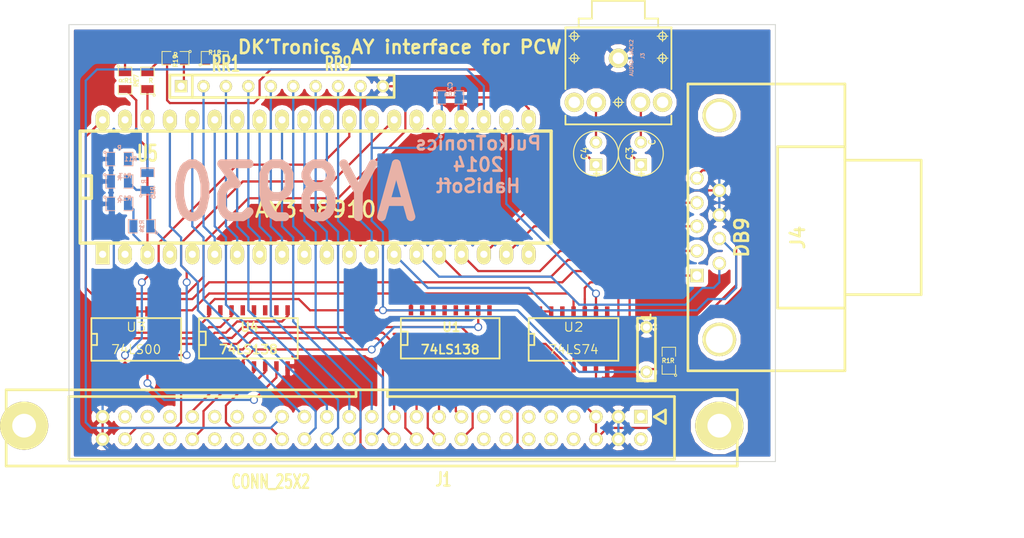
<source format=kicad_pcb>
(kicad_pcb (version 3) (host pcbnew "(2013-07-07 BZR 4022)-stable")
  (title_block (title "DK Tronics PCW AY interface") (company PulkoTronics) (comment 1 "Based on HabiSoft redesign"))
  (layers (15 Dessus.Cu signal) (0 Dessous.Cu signal))
  (net 0 "")
  (net 1 //IOREQ)
  (net 2 //M1)
  (net 3 //RD)
  (net 4 //RESET)
  (net 5 /A0)
  (net 6 /A1)
  (net 7 /A2)
  (net 8 /A3)
  (net 9 /A4)
  (net 10 /A5)
  (net 11 /A6)
  (net 12 /A7)
  (net 13 /AUDA)
  (net 14 /AUDB)
  (net 15 /AUDC)
  (net 16 /BC1)
  (net 17 /BDIR)
  (net 18 /CLK1)
  (net 19 /CLK2)
  (net 20 /CLK24)
  (net 21 /D0)
  (net 22 /D1)
  (net 23 /D2)
  (net 24 /D3)
  (net 25 /D4)
  (net 26 /D5)
  (net 27 /D6)
  (net 28 /D7)
  (net 29 /DAC)
  (net 30 /IOA0)
  (net 31 /IOA2)
  (net 32 /IOA3)
  (net 33 /IOA4)
  (net 34 /IOA5)
  (net 35 /IOA6)
  (net 36 /IOA7)
  (net 37 /IOB0)
  (net 38 /IOB1)
  (net 39 /IOB2)
  (net 40 /IOB3)
  (net 41 /IOB4)
  (net 42 /IOB5)
  (net 43 /IOB6)
  (net 44 /IOB7)
  (net 45 /LEFT)
  (net 46 /RIGHT)
  (net 47 /Z80CLK)
  (net 48 GND)
  (net 49 N-0000022)
  (net 50 N-0000023)
  (net 51 N-0000024)
  (net 52 N-0000025)
  (net 53 N-0000026)
  (net 54 N-0000034)
  (net 55 N-000004)
  (net 56 N-0000049)
  (net 57 N-000005)
  (net 58 N-0000051)
  (net 59 VCC)
  (module SO14N (layer Dessus.Cu) (at 80.9625 52.3875)
    (fp_text reference U2)
    (fp_text value 74LS74)
    (pad 1 smd rect (at -3.81 3.302) (size 0.508 1.143) (layers Dessus.Cu Dessus.Pate Dessus.Masque) (net 59 VCC))
    (pad 2 smd rect (at -2.54 3.302) (size 0.508 1.143) (layers Dessus.Cu Dessus.Pate Dessus.Masque) (net 50 N-0000023))
    (pad 3 smd rect (at -1.27 3.302) (size 0.508 1.143) (layers Dessus.Cu Dessus.Pate Dessus.Masque) (net 47 /Z80CLK))
    (pad 4 smd rect (at 0 3.302) (size 0.508 1.143) (layers Dessus.Cu Dessus.Pate Dessus.Masque) (net 59 VCC))
    (pad 5 smd rect (at 1.27 3.302) (size 0.508 1.143) (layers Dessus.Cu Dessus.Pate Dessus.Masque) (net 19 /CLK2))
    (pad 6 smd rect (at 2.54 3.302) (size 0.508 1.143) (layers Dessus.Cu Dessus.Pate Dessus.Masque) (net 50 N-0000023))
    (pad 7 smd rect (at 3.81 3.302) (size 0.508 1.143) (layers Dessus.Cu Dessus.Pate Dessus.Masque) (net 48 GND))
    (pad 8 smd rect (at 3.81 -3.048) (size 0.508 1.143) (layers Dessus.Cu Dessus.Pate Dessus.Masque) (net 49 N-0000022))
    (pad 9 smd rect (at 2.54 -3.048) (size 0.508 1.143) (layers Dessus.Cu Dessus.Pate Dessus.Masque) (net 18 /CLK1))
    (pad 11 smd rect (at 0 -3.048) (size 0.508 1.143) (layers Dessus.Cu Dessus.Pate Dessus.Masque) (net 20 /CLK24))
    (pad 12 smd rect (at -1.27 -3.048) (size 0.508 1.143) (layers Dessus.Cu Dessus.Pate Dessus.Masque) (net 49 N-0000022))
    (pad 13 smd rect (at -2.54 -3.048) (size 0.508 1.143) (layers Dessus.Cu Dessus.Pate Dessus.Masque) (net 59 VCC))
    (pad 14 smd rect (at -3.81 -3.048) (size 0.508 1.143) (layers Dessus.Cu Dessus.Pate Dessus.Masque) (net 59 VCC))
    (pad 10 smd rect (at 1.27 -3.048) (size 0.508 1.143) (layers Dessus.Cu Dessus.Pate Dessus.Masque) (net 59 VCC))
  )
  (module DB9MC (layer Dessus.Cu) (at 96.2025 39.6875 270)
    (fp_text reference J4)
    (fp_text value DB9)
    (pad "" thru_hole circle (at 12.827 -1.27 270) (size 3.81 3.81) (drill 3.048) (layers *.Cu *.Mask Dessus.SilkS))
    (pad "" thru_hole circle (at -12.573 -1.27 270) (size 3.81 3.81) (drill 3.048) (layers *.Cu *.Mask Dessus.SilkS))
    (pad 1 thru_hole rect (at 5.588 1.27 270) (size 1.524 1.524) (drill 1.016) (layers *.Cu *.Mask Dessus.SilkS) (net 34 /IOA5))
    (pad 2 thru_hole circle (at 2.794 1.27 270) (size 1.524 1.524) (drill 1.016) (layers *.Cu *.Mask Dessus.SilkS) (net 33 /IOA4))
    (pad 3 thru_hole circle (at 0 1.27 270) (size 1.524 1.524) (drill 1.016) (layers *.Cu *.Mask Dessus.SilkS) (net 31 /IOA2))
    (pad 4 thru_hole circle (at -2.667 1.27 270) (size 1.524 1.524) (drill 1.016) (layers *.Cu *.Mask Dessus.SilkS) (net 32 /IOA3))
    (pad 5 thru_hole circle (at -5.461 1.27 270) (size 1.524 1.524) (drill 1.016) (layers *.Cu *.Mask Dessus.SilkS) (net 58 N-0000051))
    (pad 9 thru_hole circle (at -4.064 -1.27 270) (size 1.524 1.524) (drill 1.016) (layers *.Cu *.Mask Dessus.SilkS) (net 48 GND))
    (pad 8 thru_hole circle (at -1.27 -1.27 270) (size 1.524 1.524) (drill 1.016) (layers *.Cu *.Mask Dessus.SilkS) (net 48 GND))
    (pad 7 thru_hole circle (at 1.397 -1.27 270) (size 1.524 1.524) (drill 1.016) (layers *.Cu *.Mask Dessus.SilkS) (net 36 /IOA7))
    (pad 6 thru_hole circle (at 4.191 -1.27 270) (size 1.524 1.524) (drill 1.016) (layers *.Cu *.Mask Dessus.SilkS) (net 35 /IOA6))
  )
  (module SO16N (layer Dessus.Cu) (at 44.1325 52.3875)
    (fp_text reference U4)
    (fp_text value 74LS138)
    (pad 16 smd rect (at -4.445 -3.175) (size 0.508 1.143) (layers Dessus.Cu Dessus.Pate Dessus.Masque) (net 59 VCC))
    (pad 14 smd rect (at -1.905 -3.175) (size 0.508 1.143) (layers Dessus.Cu Dessus.Pate Dessus.Masque) (net 51 N-0000024))
    (pad 13 smd rect (at -0.635 -3.175) (size 0.508 1.143) (layers Dessus.Cu Dessus.Pate Dessus.Masque))
    (pad 12 smd rect (at 0.635 -3.175) (size 0.508 1.143) (layers Dessus.Cu Dessus.Pate Dessus.Masque))
    (pad 11 smd rect (at 1.905 -3.175) (size 0.508 1.143) (layers Dessus.Cu Dessus.Pate Dessus.Masque))
    (pad 10 smd rect (at 3.175 -3.175) (size 0.508 1.143) (layers Dessus.Cu Dessus.Pate Dessus.Masque))
    (pad 9 smd rect (at 4.445 -3.175) (size 0.508 1.143) (layers Dessus.Cu Dessus.Pate Dessus.Masque) (net 52 N-0000025))
    (pad 8 smd rect (at 4.445 3.175) (size 0.508 1.143) (layers Dessus.Cu Dessus.Pate Dessus.Masque) (net 48 GND))
    (pad 7 smd rect (at 3.175 3.175) (size 0.508 1.143) (layers Dessus.Cu Dessus.Pate Dessus.Masque) (net 53 N-0000026))
    (pad 6 smd rect (at 1.905 3.175) (size 0.508 1.143) (layers Dessus.Cu Dessus.Pate Dessus.Masque) (net 2 //M1))
    (pad 5 smd rect (at 0.635 3.175) (size 0.508 1.143) (layers Dessus.Cu Dessus.Pate Dessus.Masque) (net 1 //IOREQ))
    (pad 4 smd rect (at -0.635 3.175) (size 0.508 1.143) (layers Dessus.Cu Dessus.Pate Dessus.Masque) (net 56 N-0000049))
    (pad 3 smd rect (at -1.905 3.175) (size 0.508 1.143) (layers Dessus.Cu Dessus.Pate Dessus.Masque) (net 3 //RD))
    (pad 2 smd rect (at -3.175 3.175) (size 0.508 1.143) (layers Dessus.Cu Dessus.Pate Dessus.Masque) (net 6 /A1))
    (pad 1 smd rect (at -4.445 3.175) (size 0.508 1.143) (layers Dessus.Cu Dessus.Pate Dessus.Masque) (net 5 /A0))
    (pad 15 smd rect (at -3.175 -3.175) (size 0.508 1.143) (layers Dessus.Cu Dessus.Pate Dessus.Masque))
  )
  (module SparkFun-AUDIO-JACK (layer Dessus.Cu) (at 86.0425 20.6375 270)
    (fp_text reference J3)
    (fp_text value AUDIO-JACK2)
    (pad 1 thru_hole circle (at 0 0 270) (size 2.18186 2.18186) (drill 1.29794) (layers *.Cu Dessus.Pate Dessus.SilkS Dessus.Masque) (net 48 GND))
    (pad 2 thru_hole circle (at 4.99872 -4.99872 270) (size 2.18186 2.18186) (drill 1.29794) (layers *.Cu Dessus.Pate Dessus.SilkS Dessus.Masque))
    (pad 3 thru_hole circle (at 4.99872 -2.49936 270) (size 2.18186 2.18186) (drill 1.29794) (layers *.Cu Dessus.Pate Dessus.SilkS Dessus.Masque) (net 45 /LEFT))
    (pad 4 thru_hole circle (at 4.99872 2.49936 270) (size 2.18186 2.18186) (drill 1.29794) (layers *.Cu Dessus.Pate Dessus.SilkS Dessus.Masque) (net 46 /RIGHT))
    (pad 5 thru_hole circle (at 4.99872 4.99872 270) (size 2.18186 2.18186) (drill 1.29794) (layers *.Cu Dessus.Pate Dessus.SilkS Dessus.Masque))
  )
  (module SM0805 (layer Dessus.Cu) (at 32.7025 23.1775 90)
    (fp_text reference R17)
    (fp_text value R)
    (pad 1 smd rect (at -0.9525 0 90) (size 0.889 1.397) (layers Dessus.Cu Dessus.Pate Dessus.Masque) (net 15 /AUDC))
    (pad 2 smd rect (at 0.9525 0 90) (size 0.889 1.397) (layers Dessus.Cu Dessus.Pate Dessus.Masque) (net 55 N-000004))
  )
  (module SM0805 (layer Dessous.Cu) (at 32.7025 34.6075 90)
    (fp_text reference R16)
    (fp_text value R)
    (pad 1 smd rect (at -0.9525 0 90) (size 0.889 1.397) (layers Dessous.Cu Dessous.Pate Dessous.Masque) (net 14 /AUDB))
    (pad 2 smd rect (at 0.9525 0 90) (size 0.889 1.397) (layers Dessous.Cu Dessous.Pate Dessous.Masque) (net 15 /AUDC))
  )
  (module SM0805 (layer Dessus.Cu) (at 30.1625 23.1775 270)
    (fp_text reference R15)
    (fp_text value R)
    (pad 1 smd rect (at -0.9525 0 270) (size 0.889 1.397) (layers Dessus.Cu Dessus.Pate Dessus.Masque) (net 57 N-000005))
    (pad 2 smd rect (at 0.9525 0 270) (size 0.889 1.397) (layers Dessus.Cu Dessus.Pate Dessus.Masque) (net 13 /AUDA))
  )
  (module SM0805 (layer Dessous.Cu) (at 32.0675 39.6875 180)
    (fp_text reference R14)
    (fp_text value R)
    (pad 1 smd rect (at -0.9525 0 180) (size 0.889 1.397) (layers Dessous.Cu Dessous.Pate Dessous.Masque) (net 14 /AUDB))
    (pad 2 smd rect (at 0.9525 0 180) (size 0.889 1.397) (layers Dessous.Cu Dessous.Pate Dessous.Masque) (net 13 /AUDA))
  )
  (module SM0805 (layer Dessous.Cu) (at 29.5275 34.6075)
    (fp_text reference R13)
    (fp_text value R)
    (pad 1 smd rect (at -0.9525 0) (size 0.889 1.397) (layers Dessous.Cu Dessous.Pate Dessous.Masque) (net 48 GND))
    (pad 2 smd rect (at 0.9525 0) (size 0.889 1.397) (layers Dessous.Cu Dessous.Pate Dessous.Masque) (net 14 /AUDB))
  )
  (module SM0805 (layer Dessous.Cu) (at 29.5275 37.1475)
    (fp_text reference R12)
    (fp_text value R)
    (pad 1 smd rect (at -0.9525 0) (size 0.889 1.397) (layers Dessous.Cu Dessous.Pate Dessous.Masque) (net 48 GND))
    (pad 2 smd rect (at 0.9525 0) (size 0.889 1.397) (layers Dessous.Cu Dessous.Pate Dessous.Masque) (net 13 /AUDA))
  )
  (module SM0805 (layer Dessous.Cu) (at 29.5275 32.0675)
    (fp_text reference R11)
    (fp_text value R)
    (pad 1 smd rect (at -0.9525 0) (size 0.889 1.397) (layers Dessous.Cu Dessous.Pate Dessous.Masque) (net 48 GND))
    (pad 2 smd rect (at 0.9525 0) (size 0.889 1.397) (layers Dessous.Cu Dessous.Pate Dessous.Masque) (net 15 /AUDC))
  )
  (module SM0805 (layer Dessus.Cu) (at 40.3225 20.6375)
    (fp_text reference R18)
    (fp_text value R)
    (pad 1 smd rect (at -0.9525 0) (size 0.889 1.397) (layers Dessus.Cu Dessus.Pate Dessus.Masque) (net 29 /DAC))
    (pad 2 smd rect (at 0.9525 0) (size 0.889 1.397) (layers Dessus.Cu Dessus.Pate Dessus.Masque) (net 57 N-000005))
  )
  (module SM0805 (layer Dessus.Cu) (at 35.8775 20.6375 180)
    (fp_text reference R19)
    (fp_text value R)
    (pad 1 smd rect (at -0.9525 0 180) (size 0.889 1.397) (layers Dessus.Cu Dessus.Pate Dessus.Masque) (net 29 /DAC))
    (pad 2 smd rect (at 0.9525 0 180) (size 0.889 1.397) (layers Dessus.Cu Dessus.Pate Dessus.Masque) (net 55 N-000004))
  )
  (module SM0805 (layer Dessus.Cu) (at 91.7575 54.9275 90)
    (fp_text reference R1)
    (fp_text value R)
    (pad 1 smd rect (at -0.9525 0 90) (size 0.889 1.397) (layers Dessus.Cu Dessus.Pate Dessus.Masque) (net 59 VCC))
    (pad 2 smd rect (at 0.9525 0 90) (size 0.889 1.397) (layers Dessus.Cu Dessus.Pate Dessus.Masque) (net 58 N-0000051))
  )
  (module SM0805 (layer Dessous.Cu) (at 66.9925 25.0825)
    (fp_text reference C2)
    (fp_text value 10n)
    (pad 1 smd rect (at -0.9525 0) (size 0.889 1.397) (layers Dessous.Cu Dessous.Pate Dessous.Masque) (net 59 VCC))
    (pad 2 smd rect (at 0.9525 0) (size 0.889 1.397) (layers Dessous.Cu Dessous.Pate Dessous.Masque) (net 48 GND))
  )
  (module HE10_50D (layer Dessus.Cu) (at 58.1025 62.5475 180)
    (fp_text reference J1)
    (fp_text value CONN_25X2)
    (pad 1 thru_hole rect (at -30.48 1.27 180) (size 1.524 1.524) (drill 0.9144) (layers *.Cu *.Mask Dessus.SilkS))
    (pad 2 thru_hole circle (at -30.48 -1.27 180) (size 1.524 1.524) (drill 0.9144) (layers *.Cu *.Mask Dessus.SilkS))
    (pad 3 thru_hole circle (at -27.94 1.27 180) (size 1.524 1.524) (drill 0.9144) (layers *.Cu *.Mask Dessus.SilkS) (net 48 GND))
    (pad 4 thru_hole circle (at -27.94 -1.27 180) (size 1.524 1.524) (drill 0.9144) (layers *.Cu *.Mask Dessus.SilkS) (net 48 GND))
    (pad 5 thru_hole circle (at -25.4 1.27 180) (size 1.524 1.524) (drill 0.9144) (layers *.Cu *.Mask Dessus.SilkS) (net 59 VCC))
    (pad 6 thru_hole circle (at -25.4 -1.27 180) (size 1.524 1.524) (drill 0.9144) (layers *.Cu *.Mask Dessus.SilkS) (net 59 VCC))
    (pad 7 thru_hole circle (at -22.86 1.27 180) (size 1.524 1.524) (drill 0.9144) (layers *.Cu *.Mask Dessus.SilkS))
    (pad 8 thru_hole circle (at -22.86 -1.27 180) (size 1.524 1.524) (drill 0.9144) (layers *.Cu *.Mask Dessus.SilkS))
    (pad 9 thru_hole circle (at -20.32 1.27 180) (size 1.524 1.524) (drill 0.9144) (layers *.Cu *.Mask Dessus.SilkS))
    (pad 10 thru_hole circle (at -20.32 -1.27 180) (size 1.524 1.524) (drill 0.9144) (layers *.Cu *.Mask Dessus.SilkS))
    (pad 11 thru_hole circle (at -17.78 1.27 180) (size 1.524 1.524) (drill 0.9144) (layers *.Cu *.Mask Dessus.SilkS))
    (pad 12 thru_hole circle (at -17.78 -1.27 180) (size 1.524 1.524) (drill 0.9144) (layers *.Cu *.Mask Dessus.SilkS))
    (pad 13 thru_hole circle (at -15.24 1.27 180) (size 1.524 1.524) (drill 0.9144) (layers *.Cu *.Mask Dessus.SilkS))
    (pad 14 thru_hole circle (at -15.24 -1.27 180) (size 1.524 1.524) (drill 0.9144) (layers *.Cu *.Mask Dessus.SilkS))
    (pad 15 thru_hole circle (at -12.7 1.27 180) (size 1.524 1.524) (drill 0.9144) (layers *.Cu *.Mask Dessus.SilkS))
    (pad 16 thru_hole circle (at -12.7 -1.27 180) (size 1.524 1.524) (drill 0.9144) (layers *.Cu *.Mask Dessus.SilkS))
    (pad 17 thru_hole circle (at -10.16 1.27 180) (size 1.524 1.524) (drill 0.9144) (layers *.Cu *.Mask Dessus.SilkS) (net 11 /A6))
    (pad 18 thru_hole circle (at -10.16 -1.27 180) (size 1.524 1.524) (drill 0.9144) (layers *.Cu *.Mask Dessus.SilkS) (net 12 /A7))
    (pad 19 thru_hole circle (at -7.62 1.27 180) (size 1.524 1.524) (drill 0.9144) (layers *.Cu *.Mask Dessus.SilkS) (net 9 /A4))
    (pad 20 thru_hole circle (at -7.62 -1.27 180) (size 1.524 1.524) (drill 0.9144) (layers *.Cu *.Mask Dessus.SilkS) (net 10 /A5))
    (pad "" thru_hole circle (at -39.37 0.254 180) (size 5.461 5.461) (drill 2.6924) (layers *.Cu *.Mask Dessus.SilkS))
    (pad 21 thru_hole circle (at -5.08 1.27 180) (size 1.524 1.524) (drill 0.9144) (layers *.Cu *.Mask Dessus.SilkS) (net 7 /A2))
    (pad 22 thru_hole circle (at -5.08 -1.27 180) (size 1.524 1.524) (drill 0.9144) (layers *.Cu *.Mask Dessus.SilkS) (net 8 /A3))
    (pad 23 thru_hole circle (at -2.54 1.27 180) (size 1.524 1.524) (drill 0.9144) (layers *.Cu *.Mask Dessus.SilkS) (net 5 /A0))
    (pad 24 thru_hole circle (at -2.54 -1.27 180) (size 1.524 1.524) (drill 0.9144) (layers *.Cu *.Mask Dessus.SilkS) (net 6 /A1))
    (pad 25 thru_hole circle (at 0 1.27 180) (size 1.524 1.524) (drill 0.9144) (layers *.Cu *.Mask Dessus.SilkS) (net 27 /D6))
    (pad 26 thru_hole circle (at 0 -1.27 180) (size 1.524 1.524) (drill 0.9144) (layers *.Cu *.Mask Dessus.SilkS) (net 28 /D7))
    (pad 27 thru_hole circle (at 2.54 1.27 180) (size 1.524 1.524) (drill 0.9144) (layers *.Cu *.Mask Dessus.SilkS) (net 25 /D4))
    (pad 28 thru_hole circle (at 2.54 -1.27 180) (size 1.524 1.524) (drill 0.9144) (layers *.Cu *.Mask Dessus.SilkS) (net 26 /D5))
    (pad 29 thru_hole circle (at 5.08 1.27 180) (size 1.524 1.524) (drill 0.9144) (layers *.Cu *.Mask Dessus.SilkS) (net 23 /D2))
    (pad 30 thru_hole circle (at 5.08 -1.27 180) (size 1.524 1.524) (drill 0.9144) (layers *.Cu *.Mask Dessus.SilkS) (net 24 /D3))
    (pad 31 thru_hole circle (at 7.62 1.27 180) (size 1.524 1.524) (drill 0.9144) (layers *.Cu *.Mask Dessus.SilkS) (net 21 /D0))
    (pad 32 thru_hole circle (at 7.62 -1.27 180) (size 1.524 1.524) (drill 0.9144) (layers *.Cu *.Mask Dessus.SilkS) (net 22 /D1))
    (pad 33 thru_hole circle (at 10.16 1.27 180) (size 1.524 1.524) (drill 0.9144) (layers *.Cu *.Mask Dessus.SilkS) (net 4 //RESET))
    (pad 34 thru_hole circle (at 10.16 -1.27 180) (size 1.524 1.524) (drill 0.9144) (layers *.Cu *.Mask Dessus.SilkS) (net 2 //M1))
    (pad 35 thru_hole circle (at 12.7 1.27 180) (size 1.524 1.524) (drill 0.9144) (layers *.Cu *.Mask Dessus.SilkS))
    (pad 36 thru_hole circle (at 12.7 -1.27 180) (size 1.524 1.524) (drill 0.9144) (layers *.Cu *.Mask Dessus.SilkS))
    (pad 37 thru_hole circle (at 15.24 1.27 180) (size 1.524 1.524) (drill 0.9144) (layers *.Cu *.Mask Dessus.SilkS))
    (pad 38 thru_hole circle (at 15.24 -1.27 180) (size 1.524 1.524) (drill 0.9144) (layers *.Cu *.Mask Dessus.SilkS))
    (pad 39 thru_hole circle (at 17.78 1.27 180) (size 1.524 1.524) (drill 0.9144) (layers *.Cu *.Mask Dessus.SilkS))
    (pad 40 thru_hole circle (at 17.78 -1.27 180) (size 1.524 1.524) (drill 0.9144) (layers *.Cu *.Mask Dessus.SilkS))
    (pad 41 thru_hole circle (at 20.32 1.27 180) (size 1.524 1.524) (drill 0.9144) (layers *.Cu *.Mask Dessus.SilkS) (net 3 //RD))
    (pad 42 thru_hole circle (at 20.32 -1.27 180) (size 1.524 1.524) (drill 0.9144) (layers *.Cu *.Mask Dessus.SilkS) (net 1 //IOREQ))
    (pad 43 thru_hole circle (at 22.86 1.27 180) (size 1.524 1.524) (drill 0.9144) (layers *.Cu *.Mask Dessus.SilkS))
    (pad 44 thru_hole circle (at 22.86 -1.27 180) (size 1.524 1.524) (drill 0.9144) (layers *.Cu *.Mask Dessus.SilkS))
    (pad 45 thru_hole circle (at 25.4 1.27 180) (size 1.524 1.524) (drill 0.9144) (layers *.Cu *.Mask Dessus.SilkS))
    (pad 46 thru_hole circle (at 25.4 -1.27 180) (size 1.524 1.524) (drill 0.9144) (layers *.Cu *.Mask Dessus.SilkS))
    (pad 47 thru_hole circle (at 27.94 1.27 180) (size 1.524 1.524) (drill 0.9144) (layers *.Cu *.Mask Dessus.SilkS))
    (pad 48 thru_hole circle (at 27.94 -1.27 180) (size 1.524 1.524) (drill 0.9144) (layers *.Cu *.Mask Dessus.SilkS) (net 47 /Z80CLK))
    (pad 49 thru_hole circle (at 30.48 1.27 180) (size 1.524 1.524) (drill 0.9144) (layers *.Cu *.Mask Dessus.SilkS) (net 48 GND))
    (pad 50 thru_hole circle (at 30.48 -1.27 180) (size 1.524 1.524) (drill 0.9144) (layers *.Cu *.Mask Dessus.SilkS) (net 48 GND))
    (pad "" thru_hole circle (at 39.37 0.254 180) (size 5.461 5.461) (drill 2.6924) (layers *.Cu *.Mask Dessus.SilkS))
  )
  (module DIP-40__600_ELL (layer Dessus.Cu) (at 51.7525 35.2425)
    (fp_text reference U5)
    (fp_text value AY3-8910)
    (pad 1 thru_hole rect (at -24.13 7.62) (size 1.5748 2.286) (drill 0.8128) (layers *.Cu *.Mask Dessus.SilkS))
    (pad 2 thru_hole oval (at -21.59 7.62) (size 1.5748 2.286) (drill 0.8128) (layers *.Cu *.Mask Dessus.SilkS))
    (pad 3 thru_hole oval (at -19.05 7.62) (size 1.5748 2.286) (drill 0.8128) (layers *.Cu *.Mask Dessus.SilkS) (net 13 /AUDA))
    (pad 4 thru_hole oval (at -16.51 7.62) (size 1.5748 2.286) (drill 0.8128) (layers *.Cu *.Mask Dessus.SilkS) (net 14 /AUDB))
    (pad 5 thru_hole oval (at -13.97 7.62) (size 1.5748 2.286) (drill 0.8128) (layers *.Cu *.Mask Dessus.SilkS))
    (pad 6 thru_hole oval (at -11.43 7.62) (size 1.5748 2.286) (drill 0.8128) (layers *.Cu *.Mask Dessus.SilkS) (net 44 /IOB7))
    (pad 7 thru_hole oval (at -8.89 7.62) (size 1.5748 2.286) (drill 0.8128) (layers *.Cu *.Mask Dessus.SilkS) (net 43 /IOB6))
    (pad 8 thru_hole oval (at -6.35 7.62) (size 1.5748 2.286) (drill 0.8128) (layers *.Cu *.Mask Dessus.SilkS) (net 42 /IOB5))
    (pad 9 thru_hole oval (at -3.81 7.62) (size 1.5748 2.286) (drill 0.8128) (layers *.Cu *.Mask Dessus.SilkS) (net 41 /IOB4))
    (pad 10 thru_hole oval (at -1.27 7.62) (size 1.5748 2.286) (drill 0.8128) (layers *.Cu *.Mask Dessus.SilkS) (net 40 /IOB3))
    (pad 11 thru_hole oval (at 1.27 7.62) (size 1.5748 2.286) (drill 0.8128) (layers *.Cu *.Mask Dessus.SilkS) (net 39 /IOB2))
    (pad 12 thru_hole oval (at 3.81 7.62) (size 1.5748 2.286) (drill 0.8128) (layers *.Cu *.Mask Dessus.SilkS) (net 38 /IOB1))
    (pad 13 thru_hole oval (at 6.35 7.62) (size 1.5748 2.286) (drill 0.8128) (layers *.Cu *.Mask Dessus.SilkS) (net 37 /IOB0))
    (pad 14 thru_hole oval (at 8.89 7.62) (size 1.5748 2.286) (drill 0.8128) (layers *.Cu *.Mask Dessus.SilkS) (net 36 /IOA7))
    (pad 15 thru_hole oval (at 11.43 7.62) (size 1.5748 2.286) (drill 0.8128) (layers *.Cu *.Mask Dessus.SilkS) (net 35 /IOA6))
    (pad 16 thru_hole oval (at 13.97 7.62) (size 1.5748 2.286) (drill 0.8128) (layers *.Cu *.Mask Dessus.SilkS) (net 34 /IOA5))
    (pad 17 thru_hole oval (at 16.51 7.62) (size 1.5748 2.286) (drill 0.8128) (layers *.Cu *.Mask Dessus.SilkS) (net 33 /IOA4))
    (pad 18 thru_hole oval (at 19.05 7.62) (size 1.5748 2.286) (drill 0.8128) (layers *.Cu *.Mask Dessus.SilkS) (net 32 /IOA3))
    (pad 19 thru_hole oval (at 21.59 7.62) (size 1.5748 2.286) (drill 0.8128) (layers *.Cu *.Mask Dessus.SilkS) (net 31 /IOA2))
    (pad 20 thru_hole oval (at 24.13 7.62) (size 1.5748 2.286) (drill 0.8128) (layers *.Cu *.Mask Dessus.SilkS))
    (pad 21 thru_hole oval (at 24.13 -7.62) (size 1.5748 2.286) (drill 0.8128) (layers *.Cu *.Mask Dessus.SilkS) (net 30 /IOA0))
    (pad 22 thru_hole oval (at 21.59 -7.62) (size 1.5748 2.286) (drill 0.8128) (layers *.Cu *.Mask Dessus.SilkS) (net 18 /CLK1))
    (pad 23 thru_hole oval (at 19.05 -7.62) (size 1.5748 2.286) (drill 0.8128) (layers *.Cu *.Mask Dessus.SilkS) (net 4 //RESET))
    (pad 24 thru_hole oval (at 16.51 -7.62) (size 1.5748 2.286) (drill 0.8128) (layers *.Cu *.Mask Dessus.SilkS) (net 48 GND))
    (pad 25 thru_hole oval (at 13.97 -7.62) (size 1.5748 2.286) (drill 0.8128) (layers *.Cu *.Mask Dessus.SilkS) (net 59 VCC))
    (pad 26 thru_hole oval (at 11.43 -7.62) (size 1.5748 2.286) (drill 0.8128) (layers *.Cu *.Mask Dessus.SilkS))
    (pad 27 thru_hole oval (at 8.89 -7.62) (size 1.5748 2.286) (drill 0.8128) (layers *.Cu *.Mask Dessus.SilkS) (net 17 /BDIR))
    (pad 28 thru_hole oval (at 6.35 -7.62) (size 1.5748 2.286) (drill 0.8128) (layers *.Cu *.Mask Dessus.SilkS) (net 59 VCC))
    (pad 29 thru_hole oval (at 3.81 -7.62) (size 1.5748 2.286) (drill 0.8128) (layers *.Cu *.Mask Dessus.SilkS) (net 16 /BC1))
    (pad 30 thru_hole oval (at 1.27 -7.62) (size 1.5748 2.286) (drill 0.8128) (layers *.Cu *.Mask Dessus.SilkS) (net 28 /D7))
    (pad 31 thru_hole oval (at -1.27 -7.62) (size 1.5748 2.286) (drill 0.8128) (layers *.Cu *.Mask Dessus.SilkS) (net 27 /D6))
    (pad 32 thru_hole oval (at -3.81 -7.62) (size 1.5748 2.286) (drill 0.8128) (layers *.Cu *.Mask Dessus.SilkS) (net 26 /D5))
    (pad 33 thru_hole oval (at -6.35 -7.62) (size 1.5748 2.286) (drill 0.8128) (layers *.Cu *.Mask Dessus.SilkS) (net 25 /D4))
    (pad 34 thru_hole oval (at -8.89 -7.62) (size 1.5748 2.286) (drill 0.8128) (layers *.Cu *.Mask Dessus.SilkS) (net 24 /D3))
    (pad 35 thru_hole oval (at -11.43 -7.62) (size 1.5748 2.286) (drill 0.8128) (layers *.Cu *.Mask Dessus.SilkS) (net 23 /D2))
    (pad 36 thru_hole oval (at -13.97 -7.62) (size 1.5748 2.286) (drill 0.8128) (layers *.Cu *.Mask Dessus.SilkS) (net 22 /D1))
    (pad 37 thru_hole oval (at -16.51 -7.62) (size 1.5748 2.286) (drill 0.8128) (layers *.Cu *.Mask Dessus.SilkS) (net 21 /D0))
    (pad 38 thru_hole oval (at -19.05 -7.62) (size 1.5748 2.286) (drill 0.8128) (layers *.Cu *.Mask Dessus.SilkS) (net 15 /AUDC))
    (pad 39 thru_hole oval (at -21.59 -7.62) (size 1.5748 2.286) (drill 0.8128) (layers *.Cu *.Mask Dessus.SilkS))
    (pad 40 thru_hole oval (at -24.13 -7.62) (size 1.5748 2.286) (drill 0.8128) (layers *.Cu *.Mask Dessus.SilkS) (net 59 VCC))
  )
  (module C2 (layer Dessus.Cu) (at 89.2175 53.6575 90)
    (fp_text reference C1)
    (fp_text value 10u hide)
    (pad 1 thru_hole circle (at -2.54 0 90) (size 1.397 1.397) (drill 0.8128) (layers *.Cu *.Mask Dessus.SilkS) (net 59 VCC))
    (pad 2 thru_hole circle (at 2.54 0 90) (size 1.397 1.397) (drill 0.8128) (layers *.Cu *.Mask Dessus.SilkS) (net 48 GND))
  )
  (module C1V5 (layer Dessus.Cu) (at 83.5025 31.4325 90)
    (fp_text reference C4)
    (fp_text value C)
    (pad 1 thru_hole rect (at -1.27 0 90) (size 1.397 1.397) (drill 0.8128) (layers *.Cu *.Mask Dessus.SilkS) (net 55 N-000004))
    (pad 2 thru_hole circle (at 1.27 0 90) (size 1.397 1.397) (drill 0.8128) (layers *.Cu *.Mask Dessus.SilkS) (net 46 /RIGHT))
  )
  (module C1V5 (layer Dessus.Cu) (at 88.5825 31.4325 90)
    (fp_text reference C3)
    (fp_text value C)
    (pad 1 thru_hole rect (at -1.27 0 90) (size 1.397 1.397) (drill 0.8128) (layers *.Cu *.Mask Dessus.SilkS) (net 57 N-000005))
    (pad 2 thru_hole circle (at 1.27 0 90) (size 1.397 1.397) (drill 0.8128) (layers *.Cu *.Mask Dessus.SilkS) (net 45 /LEFT))
  )
  (module SO16N (layer Dessus.Cu) (at 66.9925 52.3875)
    (fp_text reference U1)
    (fp_text value 74LS138)
    (pad 16 smd rect (at -4.445 -3.175) (size 0.508 1.143) (layers Dessus.Cu Dessus.Pate Dessus.Masque) (net 59 VCC))
    (pad 14 smd rect (at -1.905 -3.175) (size 0.508 1.143) (layers Dessus.Cu Dessus.Pate Dessus.Masque))
    (pad 13 smd rect (at -0.635 -3.175) (size 0.508 1.143) (layers Dessus.Cu Dessus.Pate Dessus.Masque))
    (pad 12 smd rect (at 0.635 -3.175) (size 0.508 1.143) (layers Dessus.Cu Dessus.Pate Dessus.Masque))
    (pad 11 smd rect (at 1.905 -3.175) (size 0.508 1.143) (layers Dessus.Cu Dessus.Pate Dessus.Masque))
    (pad 10 smd rect (at 3.175 -3.175) (size 0.508 1.143) (layers Dessus.Cu Dessus.Pate Dessus.Masque) (net 56 N-0000049))
    (pad 9 smd rect (at 4.445 -3.175) (size 0.508 1.143) (layers Dessus.Cu Dessus.Pate Dessus.Masque))
    (pad 8 smd rect (at 4.445 3.175) (size 0.508 1.143) (layers Dessus.Cu Dessus.Pate Dessus.Masque) (net 48 GND))
    (pad 7 smd rect (at 3.175 3.175) (size 0.508 1.143) (layers Dessus.Cu Dessus.Pate Dessus.Masque))
    (pad 6 smd rect (at 1.905 3.175) (size 0.508 1.143) (layers Dessus.Cu Dessus.Pate Dessus.Masque) (net 12 /A7))
    (pad 5 smd rect (at 0.635 3.175) (size 0.508 1.143) (layers Dessus.Cu Dessus.Pate Dessus.Masque) (net 11 /A6))
    (pad 4 smd rect (at -0.635 3.175) (size 0.508 1.143) (layers Dessus.Cu Dessus.Pate Dessus.Masque) (net 9 /A4))
    (pad 3 smd rect (at -1.905 3.175) (size 0.508 1.143) (layers Dessus.Cu Dessus.Pate Dessus.Masque) (net 10 /A5))
    (pad 2 smd rect (at -3.175 3.175) (size 0.508 1.143) (layers Dessus.Cu Dessus.Pate Dessus.Masque) (net 7 /A2))
    (pad 1 smd rect (at -4.445 3.175) (size 0.508 1.143) (layers Dessus.Cu Dessus.Pate Dessus.Masque) (net 8 /A3))
    (pad 15 smd rect (at -3.175 -3.175) (size 0.508 1.143) (layers Dessus.Cu Dessus.Pate Dessus.Masque))
  )
  (module SO14N (layer Dessus.Cu) (at 31.4325 52.3875)
    (fp_text reference U3)
    (fp_text value 74LS00)
    (pad 1 smd rect (at -3.81 3.302) (size 0.508 1.143) (layers Dessus.Cu Dessus.Pate Dessus.Masque) (net 51 N-0000024))
    (pad 2 smd rect (at -2.54 3.302) (size 0.508 1.143) (layers Dessus.Cu Dessus.Pate Dessus.Masque) (net 52 N-0000025))
    (pad 3 smd rect (at -1.27 3.302) (size 0.508 1.143) (layers Dessus.Cu Dessus.Pate Dessus.Masque) (net 16 /BC1))
    (pad 4 smd rect (at 0 3.302) (size 0.508 1.143) (layers Dessus.Cu Dessus.Pate Dessus.Masque) (net 52 N-0000025))
    (pad 5 smd rect (at 1.27 3.302) (size 0.508 1.143) (layers Dessus.Cu Dessus.Pate Dessus.Masque) (net 53 N-0000026))
    (pad 6 smd rect (at 2.54 3.302) (size 0.508 1.143) (layers Dessus.Cu Dessus.Pate Dessus.Masque) (net 17 /BDIR))
    (pad 7 smd rect (at 3.81 3.302) (size 0.508 1.143) (layers Dessus.Cu Dessus.Pate Dessus.Masque) (net 48 GND))
    (pad 8 smd rect (at 3.81 -3.048) (size 0.508 1.143) (layers Dessus.Cu Dessus.Pate Dessus.Masque) (net 20 /CLK24))
    (pad 9 smd rect (at 2.54 -3.048) (size 0.508 1.143) (layers Dessus.Cu Dessus.Pate Dessus.Masque))
    (pad 11 smd rect (at 0 -3.048) (size 0.508 1.143) (layers Dessus.Cu Dessus.Pate Dessus.Masque) (net 54 N-0000034))
    (pad 12 smd rect (at -1.27 -3.048) (size 0.508 1.143) (layers Dessus.Cu Dessus.Pate Dessus.Masque) (net 19 /CLK2))
    (pad 13 smd rect (at -2.54 -3.048) (size 0.508 1.143) (layers Dessus.Cu Dessus.Pate Dessus.Masque) (net 30 /IOA0))
    (pad 14 smd rect (at -3.81 -3.048) (size 0.508 1.143) (layers Dessus.Cu Dessus.Pate Dessus.Masque) (net 59 VCC))
    (pad 10 smd rect (at 1.27 -3.048) (size 0.508 1.143) (layers Dessus.Cu Dessus.Pate Dessus.Masque) (net 54 N-0000034))
  )
  (module SIL-10 (layer Dessus.Cu) (at 47.9425 23.8125)
    (fp_text reference RR1)
    (fp_text value RR9)
    (pad 1 thru_hole rect (at -11.43 0) (size 1.397 1.397) (drill 0.8128) (layers *.Cu *.Mask Dessus.SilkS) (net 29 /DAC))
    (pad 2 thru_hole circle (at -8.89 0) (size 1.397 1.397) (drill 0.8128) (layers *.Cu *.Mask Dessus.SilkS) (net 44 /IOB7))
    (pad 3 thru_hole circle (at -6.35 0) (size 1.397 1.397) (drill 0.8128) (layers *.Cu *.Mask Dessus.SilkS) (net 43 /IOB6))
    (pad 4 thru_hole circle (at -3.81 0) (size 1.397 1.397) (drill 0.8128) (layers *.Cu *.Mask Dessus.SilkS) (net 42 /IOB5))
    (pad 5 thru_hole circle (at -1.27 0) (size 1.397 1.397) (drill 0.8128) (layers *.Cu *.Mask Dessus.SilkS) (net 41 /IOB4))
    (pad 6 thru_hole circle (at 1.27 0) (size 1.397 1.397) (drill 0.8128) (layers *.Cu *.Mask Dessus.SilkS) (net 40 /IOB3))
    (pad 7 thru_hole circle (at 3.81 0) (size 1.397 1.397) (drill 0.8128) (layers *.Cu *.Mask Dessus.SilkS) (net 39 /IOB2))
    (pad 8 thru_hole circle (at 6.35 0) (size 1.397 1.397) (drill 0.8128) (layers *.Cu *.Mask Dessus.SilkS) (net 38 /IOB1))
    (pad 9 thru_hole circle (at 8.89 0) (size 1.397 1.397) (drill 0.8128) (layers *.Cu *.Mask Dessus.SilkS) (net 37 /IOB0))
    (pad 10 thru_hole circle (at 11.43 0) (size 1.397 1.397) (drill 0.8128) (layers *.Cu *.Mask Dessus.SilkS) (net 48 GND))
  )
  (segment (start 44.7675 56.1975) (end 43.4975 57.4675) (width 0.254) (layer Dessus.Cu) (net 1))
  (segment (start 39.0525 60.6425) (end 42.2275 57.4675) (width 0.254) (layer Dessus.Cu) (net 1))
  (segment (start 43.4975 57.4675) (end 42.8625 57.4675) (width 0.254) (layer Dessus.Cu) (net 1))
  (segment (start 42.2275 57.4675) (end 42.8625 57.4675) (width 0.254) (layer Dessus.Cu) (net 1))
  (segment (start 39.0525 60.6425) (end 39.0525 60.6425) (width 0.254) (layer Dessus.Cu) (net 1))
  (segment (start 44.7675 55.5625) (end 44.7675 56.1975) (width 0.254) (layer Dessus.Cu) (net 1))
  (segment (start 39.0525 62.5475) (end 37.7825 63.8175) (width 0.254) (layer Dessus.Cu) (net 1))
  (segment (start 39.0525 60.6425) (end 39.0525 62.5475) (width 0.254) (layer Dessus.Cu) (net 1))
  (segment (start 41.5925 60.0075) (end 43.4975 58.1025) (width 0.254) (layer Dessus.Cu) (net 2))
  (segment (start 44.1325 58.1025) (end 43.4975 58.1025) (width 0.254) (layer Dessus.Cu) (net 2))
  (segment (start 46.0375 56.1975) (end 44.1325 58.1025) (width 0.254) (layer Dessus.Cu) (net 2))
  (segment (start 46.0375 56.1975) (end 46.0375 55.5625) (width 0.254) (layer Dessus.Cu) (net 2))
  (segment (start 42.2275 62.5475) (end 44.7675 62.5475) (width 0.254) (layer Dessus.Cu) (net 2))
  (segment (start 41.5925 61.9125) (end 42.2275 62.5475) (width 0.254) (layer Dessus.Cu) (net 2))
  (segment (start 41.5925 60.0075) (end 41.5925 61.9125) (width 0.254) (layer Dessus.Cu) (net 2))
  (segment (start 44.7675 62.5475) (end 46.6725 62.5475) (width 0.254) (layer Dessus.Cu) (net 2))
  (segment (start 47.9425 63.8175) (end 46.6725 62.5475) (width 0.254) (layer Dessus.Cu) (net 2))
  (segment (start 37.7825 60.6425) (end 41.5925 56.8325) (width 0.254) (layer Dessus.Cu) (net 3))
  (segment (start 41.5925 56.8325) (end 42.2275 56.1975) (width 0.254) (layer Dessus.Cu) (net 3))
  (segment (start 37.7825 61.2775) (end 37.7825 60.6425) (width 0.254) (layer Dessus.Cu) (net 3))
  (segment (start 41.5925 56.8325) (end 41.5925 56.8325) (width 0.254) (layer Dessus.Cu) (net 3))
  (segment (start 42.2275 56.1975) (end 42.2275 55.5625) (width 0.254) (layer Dessus.Cu) (net 3))
  (segment (start 70.8025 27.6225) (end 70.8025 23.8125) (width 0.254) (layer Dessous.Cu) (net 4))
  (segment (start 46.6725 62.5475) (end 47.9425 61.2775) (width 0.254) (layer Dessous.Cu) (net 4))
  (segment (start 26.3525 62.5475) (end 46.6725 62.5475) (width 0.254) (layer Dessous.Cu) (net 4))
  (segment (start 25.7175 61.9125) (end 26.3525 62.5475) (width 0.254) (layer Dessous.Cu) (net 4))
  (segment (start 25.7175 23.1775) (end 25.7175 61.9125) (width 0.254) (layer Dessous.Cu) (net 4))
  (segment (start 26.9875 21.9075) (end 25.7175 23.1775) (width 0.254) (layer Dessous.Cu) (net 4))
  (segment (start 68.8975 21.9075) (end 26.9875 21.9075) (width 0.254) (layer Dessous.Cu) (net 4))
  (segment (start 70.8025 23.8125) (end 68.8975 21.9075) (width 0.254) (layer Dessous.Cu) (net 4))
  (segment (start 42.8625 53.0225) (end 44.1325 51.7525) (width 0.254) (layer Dessus.Cu) (net 5))
  (segment (start 59.3725 51.7525) (end 60.6425 53.0225) (width 0.254) (layer Dessus.Cu) (net 5))
  (segment (start 44.1325 51.7525) (end 59.3725 51.7525) (width 0.254) (layer Dessus.Cu) (net 5))
  (segment (start 60.6425 60.0075) (end 60.6425 53.0225) (width 0.254) (layer Dessus.Cu) (net 5))
  (segment (start 60.6425 61.2775) (end 60.6425 60.0075) (width 0.254) (layer Dessus.Cu) (net 5))
  (segment (start 39.6875 54.2925) (end 39.6875 55.5625) (width 0.254) (layer Dessus.Cu) (net 5))
  (segment (start 42.8625 53.0225) (end 40.9575 53.0225) (width 0.254) (layer Dessus.Cu) (net 5))
  (segment (start 40.9575 53.0225) (end 39.6875 54.2925) (width 0.254) (layer Dessus.Cu) (net 5))
  (segment (start 57.4675 52.3875) (end 58.7375 52.3875) (width 0.254) (layer Dessus.Cu) (net 6))
  (segment (start 59.3725 53.0225) (end 59.3725 54.2925) (width 0.254) (layer Dessus.Cu) (net 6))
  (segment (start 58.7375 52.3875) (end 59.3725 53.0225) (width 0.254) (layer Dessus.Cu) (net 6))
  (segment (start 43.4975 53.6575) (end 44.7675 52.3875) (width 0.254) (layer Dessus.Cu) (net 6))
  (segment (start 44.7675 52.3875) (end 57.4675 52.3875) (width 0.254) (layer Dessus.Cu) (net 6))
  (segment (start 59.3725 60.0075) (end 59.3725 54.2925) (width 0.254) (layer Dessus.Cu) (net 6))
  (segment (start 59.3725 60.0075) (end 59.3725 62.5475) (width 0.254) (layer Dessus.Cu) (net 6))
  (segment (start 59.3725 62.5475) (end 60.6425 63.8175) (width 0.254) (layer Dessus.Cu) (net 6))
  (segment (start 40.9575 55.5625) (end 40.9575 54.2925) (width 0.254) (layer Dessus.Cu) (net 6))
  (segment (start 41.5925 53.6575) (end 43.4975 53.6575) (width 0.254) (layer Dessus.Cu) (net 6))
  (segment (start 40.9575 54.2925) (end 41.5925 53.6575) (width 0.254) (layer Dessus.Cu) (net 6))
  (segment (start 63.8175 55.5625) (end 63.8175 56.8325) (width 0.254) (layer Dessus.Cu) (net 7))
  (segment (start 63.1825 57.4675) (end 63.1825 61.2775) (width 0.254) (layer Dessus.Cu) (net 7))
  (segment (start 63.8175 56.8325) (end 63.1825 57.4675) (width 0.254) (layer Dessus.Cu) (net 7))
  (segment (start 63.1825 63.8175) (end 61.9125 62.5475) (width 0.254) (layer Dessus.Cu) (net 8))
  (segment (start 61.9125 56.1975) (end 62.5475 55.5625) (width 0.254) (layer Dessus.Cu) (net 8))
  (segment (start 61.9125 62.5475) (end 61.9125 56.1975) (width 0.254) (layer Dessus.Cu) (net 8))
  (segment (start 66.3575 55.5625) (end 66.3575 58.1025) (width 0.254) (layer Dessus.Cu) (net 9))
  (segment (start 65.7225 58.7375) (end 65.7225 61.2775) (width 0.254) (layer Dessus.Cu) (net 9))
  (segment (start 66.3575 58.1025) (end 65.7225 58.7375) (width 0.254) (layer Dessus.Cu) (net 9))
  (segment (start 64.4525 58.1025) (end 65.0875 57.4675) (width 0.254) (layer Dessus.Cu) (net 10))
  (segment (start 65.0875 57.4675) (end 65.0875 56.8325) (width 0.254) (layer Dessus.Cu) (net 10))
  (segment (start 65.0875 55.5625) (end 65.0875 56.8325) (width 0.254) (layer Dessus.Cu) (net 10))
  (segment (start 64.4525 62.5475) (end 65.7225 63.8175) (width 0.254) (layer Dessus.Cu) (net 10))
  (segment (start 64.4525 58.1025) (end 64.4525 62.5475) (width 0.254) (layer Dessus.Cu) (net 10))
  (segment (start 67.6275 55.5625) (end 67.6275 60.6425) (width 0.254) (layer Dessus.Cu) (net 11))
  (segment (start 67.6275 60.6425) (end 68.2625 61.2775) (width 0.254) (layer Dessus.Cu) (net 11))
  (segment (start 68.8975 55.5625) (end 68.8975 58.1025) (width 0.254) (layer Dessus.Cu) (net 12))
  (segment (start 69.5325 62.5475) (end 68.2625 63.8175) (width 0.254) (layer Dessus.Cu) (net 12))
  (segment (start 69.5325 58.7375) (end 69.5325 62.5475) (width 0.254) (layer Dessus.Cu) (net 12))
  (segment (start 68.8975 58.1025) (end 69.5325 58.7375) (width 0.254) (layer Dessus.Cu) (net 12))
  (segment (start 32.7025 42.8625) (end 32.7025 30.7975) (width 0.254) (layer Dessus.Cu) (net 13))
  (segment (start 31.4325 25.4) (end 30.1625 24.13) (width 0.254) (layer Dessus.Cu) (net 13))
  (segment (start 31.4325 29.5275) (end 31.4325 25.4) (width 0.254) (layer Dessus.Cu) (net 13))
  (segment (start 32.7025 30.7975) (end 31.4325 29.5275) (width 0.254) (layer Dessus.Cu) (net 13))
  (segment (start 31.115 39.6875) (end 31.115 37.7825) (width 0.254) (layer Dessous.Cu) (net 13))
  (segment (start 31.115 37.7825) (end 30.48 37.1475) (width 0.254) (layer Dessous.Cu) (net 13))
  (segment (start 32.7025 42.8625) (end 32.7025 42.2275) (width 0.254) (layer Dessous.Cu) (net 13))
  (segment (start 31.115 40.64) (end 31.115 39.6875) (width 0.254) (layer Dessous.Cu) (net 13))
  (segment (start 32.7025 42.2275) (end 31.115 40.64) (width 0.254) (layer Dessous.Cu) (net 13))
  (segment (start 32.7025 35.56) (end 31.4325 35.56) (width 0.254) (layer Dessous.Cu) (net 14))
  (segment (start 31.4325 35.56) (end 30.48 34.6075) (width 0.254) (layer Dessous.Cu) (net 14))
  (segment (start 33.02 39.6875) (end 33.02 35.8775) (width 0.254) (layer Dessous.Cu) (net 14))
  (segment (start 33.02 35.8775) (end 32.7025 35.56) (width 0.254) (layer Dessous.Cu) (net 14))
  (segment (start 33.02 35.8775) (end 33.3375 35.56) (width 0.254) (layer Dessous.Cu) (net 14))
  (segment (start 35.2425 42.8625) (end 35.2425 41.91) (width 0.254) (layer Dessous.Cu) (net 14))
  (segment (start 35.2425 41.91) (end 33.02 39.6875) (width 0.254) (layer Dessous.Cu) (net 14))
  (segment (start 32.7025 27.6225) (end 32.7025 24.13) (width 0.254) (layer Dessus.Cu) (net 15))
  (segment (start 30.48 32.0675) (end 32.7025 32.0675) (width 0.254) (layer Dessous.Cu) (net 15))
  (segment (start 32.7025 32.0675) (end 32.7025 32.7025) (width 0.254) (layer Dessous.Cu) (net 15))
  (segment (start 32.7025 27.6225) (end 32.7025 32.7025) (width 0.254) (layer Dessous.Cu) (net 15))
  (segment (start 32.7025 32.7025) (end 32.7025 33.655) (width 0.254) (layer Dessous.Cu) (net 15))
  (segment (start 32.0675 46.0375) (end 32.0675 52.3875) (width 0.254) (layer Dessous.Cu) (net 16))
  (segment (start 32.0675 52.3875) (end 31.4325 53.0225) (width 0.254) (layer Dessous.Cu) (net 16))
  (segment (start 32.0675 46.0375) (end 32.0675 46.0375) (width 0.254) (layer Dessus.Cu) (net 16))
  (segment (start 42.8625 32.7025) (end 52.3875 32.7025) (width 0.254) (layer Dessus.Cu) (net 16))
  (segment (start 33.9725 41.5925) (end 42.8625 32.7025) (width 0.254) (layer Dessus.Cu) (net 16))
  (segment (start 33.9725 44.1325) (end 33.9725 41.5925) (width 0.254) (layer Dessus.Cu) (net 16))
  (segment (start 32.0675 46.0375) (end 33.9725 44.1325) (width 0.254) (layer Dessus.Cu) (net 16))
  (segment (start 30.1625 54.2925) (end 31.4325 53.0225) (width 0.254) (layer Dessous.Cu) (net 16))
  (segment (start 30.1625 55.6895) (end 30.1625 54.2925) (width 0.254) (layer Dessus.Cu) (net 16))
  (via (at 30.1625 54.2925) (size 0.889) (layers Dessus.Cu Dessous.Cu) (net 16))
  (via (at 32.0675 46.0375) (size 0.889) (layers Dessus.Cu Dessous.Cu) (net 16))
  (segment (start 52.3875 32.7025) (end 55.5625 29.5275) (width 0.254) (layer Dessus.Cu) (net 16))
  (segment (start 55.5625 29.5275) (end 55.5625 27.6225) (width 0.254) (layer Dessus.Cu) (net 16))
  (segment (start 37.1475 46.0375) (end 37.1475 44.7675) (width 0.254) (layer Dessus.Cu) (net 17))
  (segment (start 53.6575 34.6075) (end 59.3725 28.8925) (width 0.254) (layer Dessus.Cu) (net 17))
  (segment (start 43.4975 34.6075) (end 53.6575 34.6075) (width 0.254) (layer Dessus.Cu) (net 17))
  (segment (start 36.5125 41.5925) (end 43.4975 34.6075) (width 0.254) (layer Dessus.Cu) (net 17))
  (segment (start 36.5125 44.1325) (end 36.5125 41.5925) (width 0.254) (layer Dessus.Cu) (net 17))
  (segment (start 37.1475 44.7675) (end 36.5125 44.1325) (width 0.254) (layer Dessus.Cu) (net 17))
  (segment (start 33.9725 55.6895) (end 33.9725 54.9275) (width 0.254) (layer Dessus.Cu) (net 17))
  (segment (start 34.6075 54.2925) (end 37.1475 54.2925) (width 0.254) (layer Dessus.Cu) (net 17))
  (segment (start 33.9725 54.9275) (end 34.6075 54.2925) (width 0.254) (layer Dessus.Cu) (net 17))
  (segment (start 37.1475 54.2925) (end 37.1475 46.0375) (width 0.254) (layer Dessous.Cu) (net 17))
  (via (at 37.1475 54.2925) (size 0.889) (layers Dessus.Cu Dessous.Cu) (net 17))
  (segment (start 59.3725 28.8925) (end 60.6425 27.6225) (width 0.254) (layer Dessus.Cu) (net 17))
  (segment (start 59.3725 28.8925) (end 59.3725 28.8925) (width 0.254) (layer Dessus.Cu) (net 17))
  (via (at 37.1475 46.0375) (size 0.889) (layers Dessus.Cu Dessous.Cu) (net 17))
  (segment (start 37.1475 46.0375) (end 37.1475 46.0375) (width 0.254) (layer Dessous.Cu) (net 17))
  (segment (start 83.5025 49.3395) (end 83.5025 47.3075) (width 0.254) (layer Dessus.Cu) (net 18))
  (segment (start 73.3425 37.1475) (end 73.3425 27.6225) (width 0.254) (layer Dessous.Cu) (net 18))
  (segment (start 83.5025 47.3075) (end 73.3425 37.1475) (width 0.254) (layer Dessous.Cu) (net 18))
  (via (at 83.5025 47.3075) (size 0.889) (layers Dessus.Cu Dessous.Cu) (net 18))
  (segment (start 87.3125 47.3075) (end 84.7725 44.7675) (width 0.254) (layer Dessus.Cu) (net 19))
  (segment (start 84.1375 53.6575) (end 84.7725 53.6575) (width 0.254) (layer Dessus.Cu) (net 19))
  (segment (start 87.3125 51.1175) (end 87.3125 47.3075) (width 0.254) (layer Dessus.Cu) (net 19))
  (segment (start 84.7725 53.6575) (end 87.3125 51.1175) (width 0.254) (layer Dessus.Cu) (net 19))
  (segment (start 79.6925 46.0375) (end 80.9625 44.7675) (width 0.254) (layer Dessus.Cu) (net 19))
  (segment (start 30.1625 49.3395) (end 30.1625 48.5775) (width 0.254) (layer Dessus.Cu) (net 19))
  (segment (start 39.6875 46.0375) (end 79.6925 46.0375) (width 0.254) (layer Dessus.Cu) (net 19))
  (segment (start 37.7825 47.9425) (end 39.6875 46.0375) (width 0.254) (layer Dessus.Cu) (net 19))
  (segment (start 30.7975 47.9425) (end 37.7825 47.9425) (width 0.254) (layer Dessus.Cu) (net 19))
  (segment (start 30.1625 48.5775) (end 30.7975 47.9425) (width 0.254) (layer Dessus.Cu) (net 19))
  (segment (start 80.9625 44.7675) (end 84.7725 44.7675) (width 0.254) (layer Dessus.Cu) (net 19))
  (segment (start 82.2325 54.2925) (end 82.2325 55.6895) (width 0.254) (layer Dessus.Cu) (net 19))
  (segment (start 84.1375 53.6575) (end 82.8675 53.6575) (width 0.254) (layer Dessus.Cu) (net 19))
  (segment (start 82.8675 53.6575) (end 82.2325 54.2925) (width 0.254) (layer Dessus.Cu) (net 19))
  (segment (start 80.9625 49.3395) (end 80.9625 47.9425) (width 0.254) (layer Dessus.Cu) (net 20))
  (segment (start 35.2425 49.2125) (end 35.2425 49.3395) (width 0.254) (layer Dessus.Cu) (net 20))
  (segment (start 37.7825 49.2125) (end 35.2425 49.2125) (width 0.254) (layer Dessus.Cu) (net 20))
  (segment (start 39.6875 47.3075) (end 37.7825 49.2125) (width 0.254) (layer Dessus.Cu) (net 20))
  (segment (start 51.7525 47.3075) (end 39.6875 47.3075) (width 0.254) (layer Dessus.Cu) (net 20))
  (segment (start 51.7525 47.3075) (end 51.7525 47.3075) (width 0.254) (layer Dessus.Cu) (net 20))
  (segment (start 80.3275 47.3075) (end 51.7525 47.3075) (width 0.254) (layer Dessus.Cu) (net 20))
  (segment (start 80.9625 47.9425) (end 80.3275 47.3075) (width 0.254) (layer Dessus.Cu) (net 20))
  (segment (start 48.5775 59.3725) (end 38.4175 49.2125) (width 0.254) (layer Dessous.Cu) (net 21))
  (segment (start 50.4825 61.2775) (end 48.5775 59.3725) (width 0.254) (layer Dessous.Cu) (net 21))
  (segment (start 38.4175 49.2125) (end 38.4175 47.9425) (width 0.254) (layer Dessous.Cu) (net 21))
  (segment (start 36.5125 44.1325) (end 38.4175 46.0375) (width 0.254) (layer Dessous.Cu) (net 21))
  (segment (start 38.4175 46.0375) (end 38.4175 47.9425) (width 0.254) (layer Dessous.Cu) (net 21))
  (segment (start 35.2425 27.6225) (end 35.2425 39.6875) (width 0.254) (layer Dessous.Cu) (net 21))
  (segment (start 35.2425 39.6875) (end 36.5125 40.9575) (width 0.254) (layer Dessous.Cu) (net 21))
  (segment (start 36.5125 40.9575) (end 36.5125 44.1325) (width 0.254) (layer Dessous.Cu) (net 21))
  (segment (start 49.8475 58.7375) (end 39.0525 47.9425) (width 0.254) (layer Dessous.Cu) (net 22))
  (segment (start 39.0525 47.3075) (end 39.0525 47.9425) (width 0.254) (layer Dessous.Cu) (net 22))
  (segment (start 39.0525 40.9575) (end 39.0525 47.3075) (width 0.254) (layer Dessous.Cu) (net 22))
  (segment (start 37.7825 39.6875) (end 39.0525 40.9575) (width 0.254) (layer Dessous.Cu) (net 22))
  (segment (start 37.7825 27.6225) (end 37.7825 39.6875) (width 0.254) (layer Dessous.Cu) (net 22))
  (segment (start 49.8475 58.7375) (end 51.7525 60.6425) (width 0.254) (layer Dessous.Cu) (net 22))
  (segment (start 50.4825 63.8175) (end 51.7525 62.5475) (width 0.254) (layer Dessous.Cu) (net 22))
  (segment (start 51.7525 62.5475) (end 51.7525 60.6425) (width 0.254) (layer Dessous.Cu) (net 22))
  (segment (start 51.1175 58.1025) (end 41.5925 48.5775) (width 0.254) (layer Dessous.Cu) (net 23))
  (segment (start 40.3225 27.6225) (end 40.3225 39.6875) (width 0.254) (layer Dessous.Cu) (net 23))
  (segment (start 41.5925 40.9575) (end 41.5925 48.5775) (width 0.254) (layer Dessous.Cu) (net 23))
  (segment (start 40.3225 39.6875) (end 41.5925 40.9575) (width 0.254) (layer Dessous.Cu) (net 23))
  (segment (start 51.1175 58.1025) (end 53.0225 60.0075) (width 0.254) (layer Dessous.Cu) (net 23))
  (segment (start 53.0225 61.2775) (end 53.0225 60.0075) (width 0.254) (layer Dessous.Cu) (net 23))
  (segment (start 54.2925 60.0075) (end 54.2925 59.3725) (width 0.254) (layer Dessous.Cu) (net 24))
  (segment (start 54.2925 59.3725) (end 44.1325 49.2125) (width 0.254) (layer Dessous.Cu) (net 24))
  (segment (start 54.2925 62.5475) (end 54.2925 60.0075) (width 0.254) (layer Dessous.Cu) (net 24))
  (segment (start 53.0225 63.8175) (end 54.2925 62.5475) (width 0.254) (layer Dessous.Cu) (net 24))
  (segment (start 44.1325 40.9575) (end 44.1325 49.2125) (width 0.254) (layer Dessous.Cu) (net 24))
  (segment (start 42.8625 39.6875) (end 42.8625 27.6225) (width 0.254) (layer Dessous.Cu) (net 24))
  (segment (start 42.8625 39.6875) (end 44.1325 40.9575) (width 0.254) (layer Dessous.Cu) (net 24))
  (segment (start 55.5625 60.0075) (end 55.5625 58.7375) (width 0.254) (layer Dessous.Cu) (net 25))
  (segment (start 55.5625 58.7375) (end 46.6725 49.8475) (width 0.254) (layer Dessous.Cu) (net 25))
  (segment (start 55.5625 61.2775) (end 55.5625 60.0075) (width 0.254) (layer Dessous.Cu) (net 25))
  (segment (start 46.6725 49.8475) (end 46.6725 40.9575) (width 0.254) (layer Dessous.Cu) (net 25))
  (segment (start 45.4025 39.6875) (end 45.4025 27.6225) (width 0.254) (layer Dessous.Cu) (net 25))
  (segment (start 45.4025 39.6875) (end 46.6725 40.9575) (width 0.254) (layer Dessous.Cu) (net 25))
  (segment (start 56.8325 58.1025) (end 49.2125 50.4825) (width 0.254) (layer Dessous.Cu) (net 26))
  (segment (start 47.9425 27.6225) (end 47.9425 39.6875) (width 0.254) (layer Dessous.Cu) (net 26))
  (segment (start 47.9425 39.6875) (end 49.2125 40.9575) (width 0.254) (layer Dessous.Cu) (net 26))
  (segment (start 49.2125 40.9575) (end 49.2125 50.4825) (width 0.254) (layer Dessous.Cu) (net 26))
  (segment (start 55.5625 63.8175) (end 56.8325 62.5475) (width 0.254) (layer Dessous.Cu) (net 26))
  (segment (start 56.8325 62.5475) (end 56.8325 58.1025) (width 0.254) (layer Dessous.Cu) (net 26))
  (segment (start 51.7525 51.1175) (end 51.7525 40.3225) (width 0.254) (layer Dessous.Cu) (net 27))
  (segment (start 58.1025 61.2775) (end 58.1025 57.4675) (width 0.254) (layer Dessous.Cu) (net 27))
  (segment (start 50.4825 39.0525) (end 51.7525 40.3225) (width 0.254) (layer Dessous.Cu) (net 27))
  (segment (start 50.4825 39.0525) (end 50.4825 27.6225) (width 0.254) (layer Dessous.Cu) (net 27))
  (segment (start 51.7525 51.1175) (end 58.1025 57.4675) (width 0.254) (layer Dessous.Cu) (net 27))
  (segment (start 54.2925 51.7525) (end 54.2925 40.3225) (width 0.254) (layer Dessous.Cu) (net 28))
  (segment (start 54.2925 51.7525) (end 59.3725 56.8325) (width 0.254) (layer Dessous.Cu) (net 28))
  (segment (start 53.0225 27.6225) (end 53.0225 39.0525) (width 0.254) (layer Dessous.Cu) (net 28))
  (segment (start 53.0225 39.0525) (end 54.2925 40.3225) (width 0.254) (layer Dessous.Cu) (net 28))
  (segment (start 59.3725 62.5475) (end 58.1025 63.8175) (width 0.254) (layer Dessous.Cu) (net 28))
  (segment (start 59.3725 62.5475) (end 59.3725 56.8325) (width 0.254) (layer Dessous.Cu) (net 28))
  (segment (start 39.37 20.6375) (end 36.83 20.6375) (width 0.254) (layer Dessus.Cu) (net 29))
  (segment (start 36.83 20.6375) (end 36.83 23.495) (width 0.254) (layer Dessus.Cu) (net 29))
  (segment (start 36.83 23.495) (end 36.5125 23.8125) (width 0.254) (layer Dessus.Cu) (net 29))
  (segment (start 28.8925 49.3395) (end 28.8925 47.9425) (width 0.254) (layer Dessus.Cu) (net 30))
  (segment (start 75.8825 26.3525) (end 75.8825 27.6225) (width 0.254) (layer Dessus.Cu) (net 30))
  (segment (start 74.6125 25.0825) (end 75.8825 26.3525) (width 0.254) (layer Dessus.Cu) (net 30))
  (segment (start 62.5475 25.0825) (end 74.6125 25.0825) (width 0.254) (layer Dessus.Cu) (net 30))
  (segment (start 61.9125 25.7175) (end 62.5475 25.0825) (width 0.254) (layer Dessus.Cu) (net 30))
  (segment (start 61.9125 28.8925) (end 61.9125 25.7175) (width 0.254) (layer Dessus.Cu) (net 30))
  (segment (start 54.2925 36.5125) (end 61.9125 28.8925) (width 0.254) (layer Dessus.Cu) (net 30))
  (segment (start 44.1325 36.5125) (end 54.2925 36.5125) (width 0.254) (layer Dessus.Cu) (net 30))
  (segment (start 39.0525 41.5925) (end 44.1325 36.5125) (width 0.254) (layer Dessus.Cu) (net 30))
  (segment (start 39.0525 45.4025) (end 39.0525 41.5925) (width 0.254) (layer Dessus.Cu) (net 30))
  (segment (start 37.1475 47.3075) (end 39.0525 45.4025) (width 0.254) (layer Dessus.Cu) (net 30))
  (segment (start 29.5275 47.3075) (end 37.1475 47.3075) (width 0.254) (layer Dessus.Cu) (net 30))
  (segment (start 28.8925 47.9425) (end 29.5275 47.3075) (width 0.254) (layer Dessus.Cu) (net 30))
  (segment (start 28.8925 49.8475) (end 28.8925 49.3395) (width 0.254) (layer Dessus.Cu) (net 30))
  (segment (start 94.9325 39.6875) (end 76.5175 39.6875) (width 0.254) (layer Dessus.Cu) (net 31))
  (segment (start 76.5175 39.6875) (end 73.3425 42.8625) (width 0.254) (layer Dessus.Cu) (net 31))
  (segment (start 94.9325 37.0205) (end 76.6445 37.0205) (width 0.254) (layer Dessus.Cu) (net 32))
  (segment (start 76.6445 37.0205) (end 70.8025 42.8625) (width 0.254) (layer Dessus.Cu) (net 32))
  (segment (start 94.9325 42.4815) (end 79.4385 42.4815) (width 0.254) (layer Dessus.Cu) (net 33))
  (segment (start 70.1675 44.7675) (end 68.2625 42.8625) (width 0.254) (layer Dessus.Cu) (net 33))
  (segment (start 77.1525 44.7675) (end 70.1675 44.7675) (width 0.254) (layer Dessus.Cu) (net 33))
  (segment (start 79.4385 42.4815) (end 77.1525 44.7675) (width 0.254) (layer Dessus.Cu) (net 33))
  (segment (start 91.7575 45.2755) (end 87.1855 45.2755) (width 0.254) (layer Dessus.Cu) (net 34))
  (segment (start 87.1855 45.2755) (end 85.4075 43.4975) (width 0.254) (layer Dessus.Cu) (net 34))
  (segment (start 94.9325 45.2755) (end 91.7575 45.2755) (width 0.254) (layer Dessus.Cu) (net 34))
  (segment (start 80.3275 43.4975) (end 78.4225 45.4025) (width 0.254) (layer Dessus.Cu) (net 34))
  (segment (start 85.4075 43.4975) (end 80.3275 43.4975) (width 0.254) (layer Dessus.Cu) (net 34))
  (segment (start 65.7225 42.8625) (end 68.2625 45.4025) (width 0.254) (layer Dessus.Cu) (net 34))
  (segment (start 68.2625 45.4025) (end 78.4225 45.4025) (width 0.254) (layer Dessus.Cu) (net 34))
  (segment (start 65.7225 45.4025) (end 78.4225 45.4025) (width 0.254) (layer Dessous.Cu) (net 35))
  (segment (start 78.4225 45.4025) (end 81.5975 48.5775) (width 0.254) (layer Dessous.Cu) (net 35))
  (segment (start 93.6625 48.5775) (end 95.5675 46.6725) (width 0.254) (layer Dessous.Cu) (net 35))
  (segment (start 81.5975 48.5775) (end 93.6625 48.5775) (width 0.254) (layer Dessous.Cu) (net 35))
  (segment (start 97.4725 43.8785) (end 97.4725 46.0375) (width 0.254) (layer Dessous.Cu) (net 35))
  (segment (start 96.8375 46.6725) (end 95.5675 46.6725) (width 0.254) (layer Dessous.Cu) (net 35))
  (segment (start 97.4725 46.0375) (end 96.8375 46.6725) (width 0.254) (layer Dessous.Cu) (net 35))
  (segment (start 65.7225 45.4025) (end 63.1825 42.8625) (width 0.254) (layer Dessous.Cu) (net 35))
  (segment (start 64.4525 46.6725) (end 75.8825 46.6725) (width 0.254) (layer Dessous.Cu) (net 36))
  (segment (start 75.8825 46.6725) (end 78.4225 49.2125) (width 0.254) (layer Dessous.Cu) (net 36))
  (segment (start 94.9325 49.2125) (end 96.2025 47.9425) (width 0.254) (layer Dessous.Cu) (net 36))
  (segment (start 78.4225 49.2125) (end 94.9325 49.2125) (width 0.254) (layer Dessous.Cu) (net 36))
  (segment (start 97.4725 41.0845) (end 97.5995 41.0845) (width 0.254) (layer Dessous.Cu) (net 36))
  (segment (start 98.1075 47.9425) (end 96.2025 47.9425) (width 0.254) (layer Dessous.Cu) (net 36))
  (segment (start 99.3775 46.6725) (end 98.1075 47.9425) (width 0.254) (layer Dessous.Cu) (net 36))
  (segment (start 99.3775 42.8625) (end 99.3775 46.6725) (width 0.254) (layer Dessous.Cu) (net 36))
  (segment (start 97.5995 41.0845) (end 99.3775 42.8625) (width 0.254) (layer Dessous.Cu) (net 36))
  (segment (start 64.4525 46.6725) (end 60.6425 42.8625) (width 0.254) (layer Dessous.Cu) (net 36))
  (segment (start 56.8325 25.7175) (end 56.8325 23.8125) (width 0.254) (layer Dessous.Cu) (net 37))
  (segment (start 56.8325 25.4) (end 56.8325 25.7175) (width 0.254) (layer Dessous.Cu) (net 37))
  (segment (start 56.8325 25.7175) (end 56.8325 26.3525) (width 0.254) (layer Dessous.Cu) (net 37))
  (segment (start 58.1025 40.3225) (end 56.8325 39.0525) (width 0.254) (layer Dessous.Cu) (net 37))
  (segment (start 56.8325 39.0525) (end 56.8325 26.3525) (width 0.254) (layer Dessous.Cu) (net 37))
  (segment (start 58.1025 40.3225) (end 58.1025 42.8625) (width 0.254) (layer Dessous.Cu) (net 37))
  (segment (start 54.2925 26.3525) (end 54.2925 23.8125) (width 0.254) (layer Dessous.Cu) (net 38))
  (segment (start 55.5625 42.8625) (end 55.5625 40.3225) (width 0.254) (layer Dessous.Cu) (net 38))
  (segment (start 54.2925 39.0525) (end 54.2925 26.3525) (width 0.254) (layer Dessous.Cu) (net 38))
  (segment (start 54.2925 26.3525) (end 54.2925 25.7175) (width 0.254) (layer Dessous.Cu) (net 38))
  (segment (start 55.5625 40.3225) (end 54.2925 39.0525) (width 0.254) (layer Dessous.Cu) (net 38))
  (segment (start 51.7525 23.8125) (end 51.7525 25.7175) (width 0.254) (layer Dessous.Cu) (net 39))
  (segment (start 53.0225 40.3225) (end 51.7525 39.0525) (width 0.254) (layer Dessous.Cu) (net 39))
  (segment (start 51.7525 39.0525) (end 51.7525 25.7175) (width 0.254) (layer Dessous.Cu) (net 39))
  (segment (start 53.0225 40.3225) (end 53.0225 42.8625) (width 0.254) (layer Dessous.Cu) (net 39))
  (segment (start 49.2125 25.7175) (end 49.2125 23.8125) (width 0.254) (layer Dessous.Cu) (net 40))
  (segment (start 49.2125 25.4) (end 49.2125 25.7175) (width 0.254) (layer Dessous.Cu) (net 40))
  (segment (start 49.2125 25.7175) (end 49.2125 26.3525) (width 0.254) (layer Dessous.Cu) (net 40))
  (segment (start 50.4825 40.9575) (end 49.2125 39.6875) (width 0.254) (layer Dessous.Cu) (net 40))
  (segment (start 49.2125 39.6875) (end 49.2125 26.3525) (width 0.254) (layer Dessous.Cu) (net 40))
  (segment (start 50.4825 40.9575) (end 50.4825 42.8625) (width 0.254) (layer Dessous.Cu) (net 40))
  (segment (start 46.6725 23.8125) (end 46.6725 25.7175) (width 0.254) (layer Dessous.Cu) (net 41))
  (segment (start 47.9425 40.9575) (end 46.6725 39.6875) (width 0.254) (layer Dessous.Cu) (net 41))
  (segment (start 46.6725 39.6875) (end 46.6725 25.7175) (width 0.254) (layer Dessous.Cu) (net 41))
  (segment (start 47.9425 40.9575) (end 47.9425 42.8625) (width 0.254) (layer Dessous.Cu) (net 41))
  (segment (start 44.1325 23.8125) (end 44.1325 25.7175) (width 0.254) (layer Dessous.Cu) (net 42))
  (segment (start 45.4025 40.9575) (end 44.1325 39.6875) (width 0.254) (layer Dessous.Cu) (net 42))
  (segment (start 44.1325 39.6875) (end 44.1325 25.7175) (width 0.254) (layer Dessous.Cu) (net 42))
  (segment (start 45.4025 40.9575) (end 45.4025 42.8625) (width 0.254) (layer Dessous.Cu) (net 42))
  (segment (start 41.5925 23.8125) (end 41.5925 25.7175) (width 0.254) (layer Dessous.Cu) (net 43))
  (segment (start 42.8625 40.9575) (end 41.5925 39.6875) (width 0.254) (layer Dessous.Cu) (net 43))
  (segment (start 41.5925 39.6875) (end 41.5925 25.7175) (width 0.254) (layer Dessous.Cu) (net 43))
  (segment (start 42.8625 40.9575) (end 42.8625 42.8625) (width 0.254) (layer Dessous.Cu) (net 43))
  (segment (start 39.0525 23.8125) (end 39.0525 25.7175) (width 0.254) (layer Dessous.Cu) (net 44))
  (segment (start 40.3225 40.9575) (end 39.0525 39.6875) (width 0.254) (layer Dessous.Cu) (net 44))
  (segment (start 39.0525 39.6875) (end 39.0525 25.7175) (width 0.254) (layer Dessous.Cu) (net 44))
  (segment (start 40.3225 40.9575) (end 40.3225 42.8625) (width 0.254) (layer Dessous.Cu) (net 44))
  (segment (start 88.5825 30.1625) (end 88.5825 25.67686) (width 0.254) (layer Dessus.Cu) (net 45))
  (segment (start 88.5825 25.67686) (end 88.54186 25.63622) (width 0.254) (layer Dessus.Cu) (net 45))
  (segment (start 83.5025 30.1625) (end 83.5025 25.67686) (width 0.254) (layer Dessus.Cu) (net 46))
  (segment (start 83.5025 25.67686) (end 83.54314 25.63622) (width 0.254) (layer Dessus.Cu) (net 46))
  (segment (start 79.0575 54.2925) (end 77.7875 53.0225) (width 0.254) (layer Dessus.Cu) (net 47))
  (segment (start 77.7875 53.0225) (end 70.1675 53.0225) (width 0.254) (layer Dessus.Cu) (net 47))
  (segment (start 68.2625 51.1175) (end 70.1675 53.0225) (width 0.254) (layer Dessus.Cu) (net 47))
  (segment (start 42.2275 52.348752) (end 42.266248 52.348752) (width 0.254) (layer Dessus.Cu) (net 47))
  (segment (start 43.4975 51.1175) (end 68.2625 51.1175) (width 0.254) (layer Dessus.Cu) (net 47))
  (segment (start 42.266248 52.348752) (end 43.4975 51.1175) (width 0.254) (layer Dessus.Cu) (net 47))
  (segment (start 40.915788 52.345788) (end 42.2275 52.348752) (width 0.254) (layer Dessus.Cu) (net 47))
  (segment (start 36.5125 56.8325) (end 36.5125 56.749076) (width 0.254) (layer Dessus.Cu) (net 47))
  (segment (start 36.5125 56.749076) (end 40.915788 52.345788) (width 0.254) (layer Dessus.Cu) (net 47))
  (segment (start 31.4325 62.5475) (end 35.8775 62.5475) (width 0.254) (layer Dessus.Cu) (net 47))
  (segment (start 36.5125 61.9125) (end 36.5125 57.4675) (width 0.254) (layer Dessus.Cu) (net 47))
  (segment (start 35.8775 62.5475) (end 36.5125 61.9125) (width 0.254) (layer Dessus.Cu) (net 47))
  (segment (start 31.4325 62.5475) (end 30.1625 63.8175) (width 0.254) (layer Dessus.Cu) (net 47))
  (segment (start 36.5125 57.4675) (end 36.5125 56.8325) (width 0.254) (layer Dessus.Cu) (net 47))
  (segment (start 79.0575 54.2925) (end 79.6925 54.9275) (width 0.254) (layer Dessus.Cu) (net 47))
  (segment (start 79.0575 54.2925) (end 79.0575 54.2925) (width 0.254) (layer Dessus.Cu) (net 47))
  (segment (start 79.0575 54.2925) (end 79.0575 54.2925) (width 0.254) (layer Dessus.Cu) (net 47))
  (segment (start 79.6925 54.9275) (end 79.0575 54.2925) (width 0.254) (layer Dessus.Cu) (net 47))
  (segment (start 79.6925 55.6895) (end 79.6925 54.9275) (width 0.254) (layer Dessus.Cu) (net 47))
  (segment (start 32.7025 59.3725) (end 35.2425 56.8325) (width 0.254) (layer Dessus.Cu) (net 48))
  (segment (start 56.8325 64.4525) (end 57.4675 65.0875) (width 0.254) (layer Dessus.Cu) (net 48))
  (segment (start 57.4675 65.0875) (end 79.0575 65.0875) (width 0.254) (layer Dessus.Cu) (net 48))
  (segment (start 86.0425 63.8175) (end 84.7725 65.0875) (width 0.254) (layer Dessus.Cu) (net 48))
  (segment (start 84.7725 65.0875) (end 79.0575 65.0875) (width 0.254) (layer Dessus.Cu) (net 48))
  (segment (start 75.2475 65.0875) (end 74.6125 64.4525) (width 0.254) (layer Dessus.Cu) (net 48))
  (segment (start 79.0575 65.0875) (end 75.8825 65.0875) (width 0.254) (layer Dessus.Cu) (net 48))
  (segment (start 75.8825 65.0875) (end 75.2475 65.0875) (width 0.254) (layer Dessus.Cu) (net 48))
  (segment (start 27.6225 63.8175) (end 27.6225 64.4525) (width 0.254) (layer Dessous.Cu) (net 48))
  (segment (start 84.7725 65.0875) (end 86.0425 63.8175) (width 0.254) (layer Dessous.Cu) (net 48))
  (segment (start 28.2575 65.0875) (end 84.7725 65.0875) (width 0.254) (layer Dessous.Cu) (net 48))
  (segment (start 27.6225 64.4525) (end 28.2575 65.0875) (width 0.254) (layer Dessous.Cu) (net 48))
  (segment (start 56.8325 60.0075) (end 52.3875 55.5625) (width 0.254) (layer Dessus.Cu) (net 48))
  (segment (start 59.3725 23.8125) (end 75.8825 23.8125) (width 0.254) (layer Dessus.Cu) (net 48))
  (segment (start 83.2485 35.6235) (end 97.4725 35.6235) (width 0.254) (layer Dessus.Cu) (net 48))
  (segment (start 77.7875 30.1625) (end 83.2485 35.6235) (width 0.254) (layer Dessus.Cu) (net 48))
  (segment (start 77.7875 25.7175) (end 77.7875 30.1625) (width 0.254) (layer Dessus.Cu) (net 48))
  (segment (start 75.8825 23.8125) (end 77.7875 25.7175) (width 0.254) (layer Dessus.Cu) (net 48))
  (segment (start 29.5275 59.3725) (end 32.7025 59.3725) (width 0.254) (layer Dessus.Cu) (net 48))
  (segment (start 27.6225 61.2775) (end 29.5275 59.3725) (width 0.254) (layer Dessus.Cu) (net 48))
  (segment (start 35.2425 55.6895) (end 35.2425 56.8325) (width 0.254) (layer Dessus.Cu) (net 48))
  (segment (start 67.945 25.0825) (end 67.945 27.305) (width 0.254) (layer Dessous.Cu) (net 48))
  (segment (start 67.945 27.305) (end 68.2625 27.6225) (width 0.254) (layer Dessous.Cu) (net 48))
  (segment (start 67.945 25.0825) (end 67.945 23.495) (width 0.254) (layer Dessous.Cu) (net 48))
  (segment (start 60.0075 23.1775) (end 59.3725 23.8125) (width 0.254) (layer Dessous.Cu) (net 48))
  (segment (start 67.6275 23.1775) (end 60.0075 23.1775) (width 0.254) (layer Dessous.Cu) (net 48))
  (segment (start 67.945 23.495) (end 67.6275 23.1775) (width 0.254) (layer Dessous.Cu) (net 48))
  (segment (start 27.6225 61.2775) (end 27.6225 46.6725) (width 0.254) (layer Dessous.Cu) (net 48))
  (segment (start 28.8925 37.465) (end 28.575 37.1475) (width 0.254) (layer Dessous.Cu) (net 48))
  (segment (start 28.8925 45.4025) (end 28.8925 37.465) (width 0.254) (layer Dessous.Cu) (net 48))
  (segment (start 27.6225 46.6725) (end 28.8925 45.4025) (width 0.254) (layer Dessous.Cu) (net 48))
  (segment (start 28.575 34.6075) (end 28.575 32.0675) (width 0.254) (layer Dessous.Cu) (net 48))
  (segment (start 28.575 37.1475) (end 28.575 34.6075) (width 0.254) (layer Dessous.Cu) (net 48))
  (segment (start 48.5775 55.5625) (end 52.3875 55.5625) (width 0.254) (layer Dessus.Cu) (net 48))
  (segment (start 56.8325 60.0075) (end 56.8325 64.4525) (width 0.254) (layer Dessus.Cu) (net 48))
  (segment (start 71.4375 55.5625) (end 74.6125 58.7375) (width 0.254) (layer Dessus.Cu) (net 48))
  (segment (start 74.6125 58.7375) (end 74.6125 64.4525) (width 0.254) (layer Dessus.Cu) (net 48))
  (segment (start 97.4725 35.6235) (end 97.4725 32.0675) (width 0.254) (layer Dessous.Cu) (net 48))
  (segment (start 89.8525 20.6375) (end 86.0425 20.6375) (width 0.254) (layer Dessous.Cu) (net 48))
  (segment (start 93.6625 24.4475) (end 89.8525 20.6375) (width 0.254) (layer Dessous.Cu) (net 48))
  (segment (start 93.6625 28.2575) (end 93.6625 24.4475) (width 0.254) (layer Dessous.Cu) (net 48))
  (segment (start 97.4725 32.0675) (end 93.6625 28.2575) (width 0.254) (layer Dessous.Cu) (net 48))
  (segment (start 97.4725 38.4175) (end 97.4725 35.6235) (width 0.254) (layer Dessous.Cu) (net 48))
  (segment (start 89.2175 51.1175) (end 94.2975 51.1175) (width 0.254) (layer Dessous.Cu) (net 48))
  (segment (start 101.2825 42.2275) (end 97.4725 38.4175) (width 0.254) (layer Dessous.Cu) (net 48))
  (segment (start 101.2825 46.6725) (end 101.2825 42.2275) (width 0.254) (layer Dessous.Cu) (net 48))
  (segment (start 98.7425 49.2125) (end 101.2825 46.6725) (width 0.254) (layer Dessous.Cu) (net 48))
  (segment (start 96.2025 49.2125) (end 98.7425 49.2125) (width 0.254) (layer Dessous.Cu) (net 48))
  (segment (start 94.2975 51.1175) (end 96.2025 49.2125) (width 0.254) (layer Dessous.Cu) (net 48))
  (segment (start 86.0425 63.8175) (end 86.0425 61.2775) (width 0.254) (layer Dessous.Cu) (net 48))
  (segment (start 84.7725 55.6895) (end 84.7725 55.5625) (width 0.254) (layer Dessus.Cu) (net 48))
  (segment (start 84.7725 55.5625) (end 89.2175 51.1175) (width 0.254) (layer Dessus.Cu) (net 48))
  (segment (start 84.7725 55.6895) (end 84.7725 59.3725) (width 0.254) (layer Dessus.Cu) (net 48))
  (segment (start 84.7725 60.0075) (end 86.0425 61.2775) (width 0.254) (layer Dessus.Cu) (net 48))
  (segment (start 84.7725 59.3725) (end 84.7725 60.0075) (width 0.254) (layer Dessus.Cu) (net 48))
  (segment (start 27.6225 63.8175) (end 27.6225 61.2775) (width 0.254) (layer Dessus.Cu) (net 48))
  (segment (start 84.7725 50.4825) (end 84.1375 51.1175) (width 0.254) (layer Dessus.Cu) (net 49))
  (segment (start 79.6925 50.4825) (end 80.3275 51.1175) (width 0.254) (layer Dessus.Cu) (net 49))
  (segment (start 84.7725 49.3395) (end 84.7725 50.4825) (width 0.254) (layer Dessus.Cu) (net 49))
  (segment (start 79.6925 50.4825) (end 79.6925 49.3395) (width 0.254) (layer Dessus.Cu) (net 49))
  (segment (start 84.1375 51.1175) (end 80.3275 51.1175) (width 0.254) (layer Dessus.Cu) (net 49))
  (segment (start 78.4225 55.6895) (end 78.4225 58.1025) (width 0.254) (layer Dessus.Cu) (net 50))
  (segment (start 83.5025 58.1025) (end 83.5025 55.6895) (width 0.254) (layer Dessus.Cu) (net 50))
  (segment (start 82.8675 58.7375) (end 83.5025 58.1025) (width 0.254) (layer Dessus.Cu) (net 50))
  (segment (start 79.0575 58.7375) (end 82.8675 58.7375) (width 0.254) (layer Dessus.Cu) (net 50))
  (segment (start 78.4225 58.1025) (end 79.0575 58.7375) (width 0.254) (layer Dessus.Cu) (net 50))
  (segment (start 27.6225 55.6895) (end 27.6225 54.9275) (width 0.254) (layer Dessus.Cu) (net 51))
  (segment (start 38.4175 52.3875) (end 39.6875 51.1175) (width 0.254) (layer Dessus.Cu) (net 51))
  (segment (start 30.1625 52.3875) (end 38.4175 52.3875) (width 0.254) (layer Dessus.Cu) (net 51))
  (segment (start 27.6225 54.9275) (end 30.1625 52.3875) (width 0.254) (layer Dessus.Cu) (net 51))
  (segment (start 42.2275 49.8475) (end 42.2275 49.2125) (width 0.254) (layer Dessus.Cu) (net 51))
  (segment (start 40.9575 51.1175) (end 42.2275 49.8475) (width 0.254) (layer Dessus.Cu) (net 51))
  (segment (start 39.6875 51.1175) (end 40.9575 51.1175) (width 0.254) (layer Dessus.Cu) (net 51))
  (segment (start 41.5925 51.7525) (end 42.8625 50.4825) (width 0.254) (layer Dessus.Cu) (net 52))
  (segment (start 47.9425 50.4825) (end 48.5775 49.8475) (width 0.254) (layer Dessus.Cu) (net 52))
  (segment (start 42.8625 50.4825) (end 47.9425 50.4825) (width 0.254) (layer Dessus.Cu) (net 52))
  (segment (start 31.4325 55.6895) (end 31.4325 54.9275) (width 0.254) (layer Dessus.Cu) (net 52))
  (segment (start 39.0525 53.0225) (end 40.3225 51.7525) (width 0.254) (layer Dessus.Cu) (net 52))
  (segment (start 33.3375 53.0225) (end 39.0525 53.0225) (width 0.254) (layer Dessus.Cu) (net 52))
  (segment (start 31.4325 54.9275) (end 33.3375 53.0225) (width 0.254) (layer Dessus.Cu) (net 52))
  (segment (start 48.5775 49.8475) (end 48.5775 49.2125) (width 0.254) (layer Dessus.Cu) (net 52))
  (segment (start 40.3225 51.7525) (end 41.5925 51.7525) (width 0.254) (layer Dessus.Cu) (net 52))
  (segment (start 28.8925 55.6895) (end 28.8925 56.8325) (width 0.254) (layer Dessus.Cu) (net 52))
  (segment (start 31.4325 56.8325) (end 31.4325 55.6895) (width 0.254) (layer Dessus.Cu) (net 52))
  (segment (start 30.7975 57.4675) (end 31.4325 56.8325) (width 0.254) (layer Dessus.Cu) (net 52))
  (segment (start 29.5275 57.4675) (end 30.7975 57.4675) (width 0.254) (layer Dessus.Cu) (net 52))
  (segment (start 28.8925 56.8325) (end 29.5275 57.4675) (width 0.254) (layer Dessus.Cu) (net 52))
  (segment (start 44.7675 59.3725) (end 34.6075 59.3725) (width 0.254) (layer Dessous.Cu) (net 53))
  (segment (start 34.6075 59.3725) (end 32.7025 57.4675) (width 0.254) (layer Dessous.Cu) (net 53))
  (segment (start 44.7675 59.3725) (end 44.7675 59.3725) (width 0.254) (layer Dessus.Cu) (net 53))
  (via (at 44.7675 59.3725) (size 0.889) (layers Dessus.Cu Dessous.Cu) (net 53))
  (via (at 32.7025 57.4675) (size 0.889) (layers Dessus.Cu Dessous.Cu) (net 53))
  (segment (start 32.7025 55.6895) (end 32.7025 56.8325) (width 0.254) (layer Dessus.Cu) (net 53))
  (segment (start 32.7025 57.4675) (end 32.7025 56.8325) (width 0.254) (layer Dessus.Cu) (net 53))
  (segment (start 47.3075 56.8325) (end 47.3075 55.5625) (width 0.254) (layer Dessus.Cu) (net 53))
  (segment (start 44.7675 59.3725) (end 47.3075 56.8325) (width 0.254) (layer Dessus.Cu) (net 53))
  (segment (start 31.4325 49.3395) (end 32.7025 49.3395) (width 0.254) (layer Dessus.Cu) (net 54))
  (segment (start 46.6725 21.9075) (end 75.8825 21.9075) (width 0.254) (layer Dessus.Cu) (net 55))
  (segment (start 79.0575 28.2575) (end 79.0575 25.0825) (width 0.254) (layer Dessus.Cu) (net 55))
  (segment (start 77.7875 23.8125) (end 77.7875 23.8125) (width 0.254) (layer Dessus.Cu) (net 55))
  (segment (start 79.0575 25.0825) (end 77.7875 23.8125) (width 0.254) (layer Dessus.Cu) (net 55))
  (segment (start 75.8825 21.9075) (end 77.7875 23.8125) (width 0.254) (layer Dessus.Cu) (net 55))
  (segment (start 34.925 20.6375) (end 34.925 25.4) (width 0.254) (layer Dessus.Cu) (net 55))
  (segment (start 45.4025 23.1775) (end 46.6725 21.9075) (width 0.254) (layer Dessus.Cu) (net 55))
  (segment (start 45.4025 25.0825) (end 45.4025 23.1775) (width 0.254) (layer Dessus.Cu) (net 55))
  (segment (start 44.7675 25.7175) (end 45.4025 25.0825) (width 0.254) (layer Dessus.Cu) (net 55))
  (segment (start 35.2425 25.7175) (end 44.7675 25.7175) (width 0.254) (layer Dessus.Cu) (net 55))
  (segment (start 34.925 25.4) (end 35.2425 25.7175) (width 0.254) (layer Dessus.Cu) (net 55))
  (segment (start 83.5025 32.7025) (end 83.5025 32.7025) (width 0.254) (layer Dessus.Cu) (net 55))
  (segment (start 79.0575 28.2575) (end 83.5025 32.7025) (width 0.254) (layer Dessus.Cu) (net 55))
  (segment (start 34.925 20.6375) (end 34.29 20.6375) (width 0.254) (layer Dessus.Cu) (net 55))
  (segment (start 34.29 20.6375) (end 32.7025 22.225) (width 0.254) (layer Dessus.Cu) (net 55))
  (segment (start 70.1675 49.2125) (end 70.1675 51.1175) (width 0.254) (layer Dessus.Cu) (net 56))
  (via (at 58.1025 53.6575) (size 0.889) (layers Dessus.Cu Dessous.Cu) (net 56))
  (segment (start 58.1025 53.6575) (end 60.6425 51.1175) (width 0.254) (layer Dessous.Cu) (net 56))
  (segment (start 60.6425 51.1175) (end 70.1675 51.1175) (width 0.254) (layer Dessous.Cu) (net 56))
  (segment (start 43.4975 54.9275) (end 43.4975 55.5625) (width 0.254) (layer Dessus.Cu) (net 56))
  (segment (start 44.7675 53.6575) (end 57.4675 53.6575) (width 0.254) (layer Dessus.Cu) (net 56))
  (segment (start 43.4975 54.9275) (end 44.7675 53.6575) (width 0.254) (layer Dessus.Cu) (net 56))
  (segment (start 57.4675 53.6575) (end 58.1025 53.6575) (width 0.254) (layer Dessus.Cu) (net 56))
  (via (at 70.1675 51.1175) (size 0.889) (layers Dessus.Cu Dessous.Cu) (net 56))
  (segment (start 44.1325 20.6375) (end 82.2325 20.6375) (width 0.254) (layer Dessus.Cu) (net 57))
  (segment (start 86.0425 30.1625) (end 86.0425 24.4475) (width 0.254) (layer Dessus.Cu) (net 57))
  (segment (start 84.1375 22.5425) (end 84.1375 22.5425) (width 0.254) (layer Dessus.Cu) (net 57))
  (segment (start 86.0425 24.4475) (end 84.1375 22.5425) (width 0.254) (layer Dessus.Cu) (net 57))
  (segment (start 88.5825 32.7025) (end 86.6775 30.7975) (width 0.254) (layer Dessus.Cu) (net 57))
  (segment (start 44.1325 20.6375) (end 41.275 20.6375) (width 0.254) (layer Dessus.Cu) (net 57))
  (segment (start 84.1375 22.5425) (end 82.2325 20.6375) (width 0.254) (layer Dessus.Cu) (net 57))
  (segment (start 86.6775 30.7975) (end 86.0425 30.1625) (width 0.254) (layer Dessus.Cu) (net 57))
  (segment (start 30.1625 22.225) (end 30.1625 20.6375) (width 0.254) (layer Dessus.Cu) (net 57))
  (segment (start 41.275 19.685) (end 41.275 20.6375) (width 0.254) (layer Dessus.Cu) (net 57))
  (segment (start 40.3225 18.7325) (end 41.275 19.685) (width 0.254) (layer Dessus.Cu) (net 57))
  (segment (start 32.0675 18.7325) (end 40.3225 18.7325) (width 0.254) (layer Dessus.Cu) (net 57))
  (segment (start 30.1625 20.6375) (end 32.0675 18.7325) (width 0.254) (layer Dessus.Cu) (net 57))
  (segment (start 94.9325 34.2265) (end 94.9325 33.9725) (width 0.254) (layer Dessus.Cu) (net 58))
  (segment (start 99.3775 46.355) (end 91.7575 53.975) (width 0.254) (layer Dessus.Cu) (net 58))
  (segment (start 99.3775 35.2425) (end 99.3775 46.355) (width 0.254) (layer Dessus.Cu) (net 58))
  (segment (start 97.4725 33.3375) (end 99.3775 35.2425) (width 0.254) (layer Dessus.Cu) (net 58))
  (segment (start 95.5675 33.3375) (end 97.4725 33.3375) (width 0.254) (layer Dessus.Cu) (net 58))
  (segment (start 94.9325 33.9725) (end 95.5675 33.3375) (width 0.254) (layer Dessus.Cu) (net 58))
  (segment (start 65.7225 27.6225) (end 65.7225 29.5275) (width 0.254) (layer Dessous.Cu) (net 59))
  (segment (start 64.4525 30.7975) (end 58.1025 30.7975) (width 0.254) (layer Dessous.Cu) (net 59))
  (segment (start 65.7225 29.5275) (end 64.4525 30.7975) (width 0.254) (layer Dessous.Cu) (net 59))
  (segment (start 86.0425 47.3075) (end 84.7725 46.0375) (width 0.254) (layer Dessus.Cu) (net 59))
  (segment (start 59.3725 49.2125) (end 74.6125 49.2125) (width 0.254) (layer Dessous.Cu) (net 59))
  (segment (start 81.5975 56.1975) (end 89.2175 56.1975) (width 0.254) (layer Dessous.Cu) (net 59))
  (segment (start 74.6125 49.2125) (end 81.5975 56.1975) (width 0.254) (layer Dessous.Cu) (net 59))
  (segment (start 83.5025 63.8175) (end 83.5025 61.2775) (width 0.254) (layer Dessus.Cu) (net 59))
  (segment (start 83.5025 63.8175) (end 84.7725 62.5475) (width 0.254) (layer Dessus.Cu) (net 59))
  (segment (start 91.7575 60.6425) (end 91.7575 55.88) (width 0.254) (layer Dessus.Cu) (net 59))
  (segment (start 89.8525 62.5475) (end 91.7575 60.6425) (width 0.254) (layer Dessus.Cu) (net 59))
  (segment (start 84.7725 62.5475) (end 89.8525 62.5475) (width 0.254) (layer Dessus.Cu) (net 59))
  (segment (start 84.7725 52.3875) (end 82.2325 52.3875) (width 0.254) (layer Dessus.Cu) (net 59))
  (segment (start 82.2325 47.9425) (end 82.2325 46.6725) (width 0.254) (layer Dessus.Cu) (net 59))
  (segment (start 82.2325 49.3395) (end 82.2325 47.9425) (width 0.254) (layer Dessus.Cu) (net 59))
  (segment (start 82.8675 46.0375) (end 84.7725 46.0375) (width 0.254) (layer Dessus.Cu) (net 59))
  (segment (start 82.2325 46.6725) (end 82.8675 46.0375) (width 0.254) (layer Dessus.Cu) (net 59))
  (segment (start 86.0425 47.3075) (end 86.0425 51.1175) (width 0.254) (layer Dessus.Cu) (net 59))
  (segment (start 86.0425 51.1175) (end 84.7725 52.3875) (width 0.254) (layer Dessus.Cu) (net 59))
  (segment (start 82.2325 52.3875) (end 80.9625 53.6575) (width 0.254) (layer Dessus.Cu) (net 59))
  (segment (start 39.6875 48.5775) (end 40.3225 47.9425) (width 0.254) (layer Dessus.Cu) (net 59))
  (segment (start 58.1025 27.6225) (end 58.1025 30.7975) (width 0.254) (layer Dessous.Cu) (net 59))
  (segment (start 58.1025 30.7975) (end 58.1025 39.0525) (width 0.254) (layer Dessous.Cu) (net 59))
  (segment (start 58.1025 39.0525) (end 59.3725 40.3225) (width 0.254) (layer Dessous.Cu) (net 59))
  (segment (start 59.3725 40.3225) (end 59.3725 49.2125) (width 0.254) (layer Dessous.Cu) (net 59))
  (segment (start 59.3725 49.2125) (end 59.3725 49.2125) (width 0.254) (layer Dessus.Cu) (net 59))
  (via (at 59.3725 49.2125) (size 0.889) (layers Dessus.Cu Dessous.Cu) (net 59))
  (segment (start 63.1825 47.9425) (end 75.7555 47.9425) (width 0.254) (layer Dessus.Cu) (net 59))
  (segment (start 75.7555 47.9425) (end 77.1525 49.3395) (width 0.254) (layer Dessus.Cu) (net 59))
  (segment (start 39.6875 49.2125) (end 39.6875 49.8475) (width 0.254) (layer Dessus.Cu) (net 59))
  (segment (start 37.7825 51.7525) (end 35.8775 51.7525) (width 0.254) (layer Dessus.Cu) (net 59))
  (segment (start 39.6875 49.8475) (end 37.7825 51.7525) (width 0.254) (layer Dessus.Cu) (net 59))
  (segment (start 27.6225 49.3395) (end 27.6225 50.4825) (width 0.254) (layer Dessus.Cu) (net 59))
  (segment (start 28.8925 51.7525) (end 35.8775 51.7525) (width 0.254) (layer Dessus.Cu) (net 59))
  (segment (start 27.6225 50.4825) (end 28.8925 51.7525) (width 0.254) (layer Dessus.Cu) (net 59))
  (segment (start 66.04 25.0825) (end 66.04 27.305) (width 0.254) (layer Dessous.Cu) (net 59))
  (segment (start 66.04 27.305) (end 65.7225 27.6225) (width 0.254) (layer Dessous.Cu) (net 59))
  (segment (start 77.1525 55.6895) (end 77.1525 58.1025) (width 0.254) (layer Dessus.Cu) (net 59))
  (segment (start 77.1525 58.1025) (end 78.4225 59.3725) (width 0.254) (layer Dessus.Cu) (net 59))
  (segment (start 78.4225 59.3725) (end 81.5975 59.3725) (width 0.254) (layer Dessus.Cu) (net 59))
  (segment (start 81.5975 59.3725) (end 83.5025 61.2775) (width 0.254) (layer Dessus.Cu) (net 59))
  (segment (start 78.4225 49.3395) (end 78.4225 51.1175) (width 0.254) (layer Dessus.Cu) (net 59))
  (segment (start 80.9625 53.6575) (end 80.9625 55.6895) (width 0.254) (layer Dessus.Cu) (net 59))
  (segment (start 78.4225 51.1175) (end 80.9625 53.6575) (width 0.254) (layer Dessus.Cu) (net 59))
  (segment (start 91.7575 55.88) (end 89.535 55.88) (width 0.254) (layer Dessus.Cu) (net 59))
  (segment (start 89.535 55.88) (end 89.2175 56.1975) (width 0.254) (layer Dessus.Cu) (net 59))
  (segment (start 62.5475 48.5775) (end 63.1825 47.9425) (width 0.254) (layer Dessus.Cu) (net 59))
  (segment (start 62.5475 49.2125) (end 62.5475 48.5775) (width 0.254) (layer Dessus.Cu) (net 59))
  (segment (start 27.6225 49.3395) (end 27.6225 48.5775) (width 0.254) (layer Dessus.Cu) (net 59))
  (segment (start 25.7175 29.5275) (end 27.6225 27.6225) (width 0.254) (layer Dessus.Cu) (net 59))
  (segment (start 25.7175 46.6725) (end 25.7175 29.5275) (width 0.254) (layer Dessus.Cu) (net 59))
  (segment (start 27.6225 48.5775) (end 25.7175 46.6725) (width 0.254) (layer Dessus.Cu) (net 59))
  (segment (start 62.5475 49.2125) (end 59.3725 49.2125) (width 0.254) (layer Dessus.Cu) (net 59))
  (segment (start 59.3725 49.2125) (end 51.1175 49.2125) (width 0.254) (layer Dessus.Cu) (net 59))
  (segment (start 49.8475 47.9425) (end 40.3225 47.9425) (width 0.254) (layer Dessus.Cu) (net 59))
  (segment (start 51.1175 49.2125) (end 49.8475 47.9425) (width 0.254) (layer Dessus.Cu) (net 59))
  (segment (start 39.6875 48.5775) (end 39.6875 49.2125) (width 0.254) (layer Dessus.Cu) (net 59))
  (segment (start 27.6225 49.3395) (end 27.6225 48.5775) (width 0.254) (layer Dessus.Cu) (net 59))
  (segment (start 89.2175 56.1975) (end 89.2175 56.1975) (width 0.254) (layer Dessous.Cu) (net 59))
  (segment (start 89.2175 56.1975) (end 89.2175 56.1975) (width 0.254) (layer Dessous.Cu) (net 59))
  (segment (start 78.4225 49.3395) (end 77.1525 49.3395) (width 0.254) (layer Dessus.Cu) (net 59))
  (zone (net 48) (net_name GND) (layer Dessus.Cu) (connect_pads (clearance 0.508)) (min_thickness 0.254) (fill (arc_segments 16) (thermal_gap 0.508) (thermal_bridge_width 0.508))
    (polygon (pts (xy 103.505 66.04) (xy 24.13 66.04) (xy 24.13 17.145) (xy 103.505 17.145)))
  )
  (zone (net 48) (net_name GND) (layer Dessous.Cu) (connect_pads (clearance 0.508)) (min_thickness 0.254) (fill (arc_segments 16) (thermal_gap 0.508) (thermal_bridge_width 0.508))
    (polygon (pts (xy 103.505 66.04) (xy 24.13 66.04) (xy 24.13 17.145) (xy 103.505 17.145)))
  )
)
</source>
